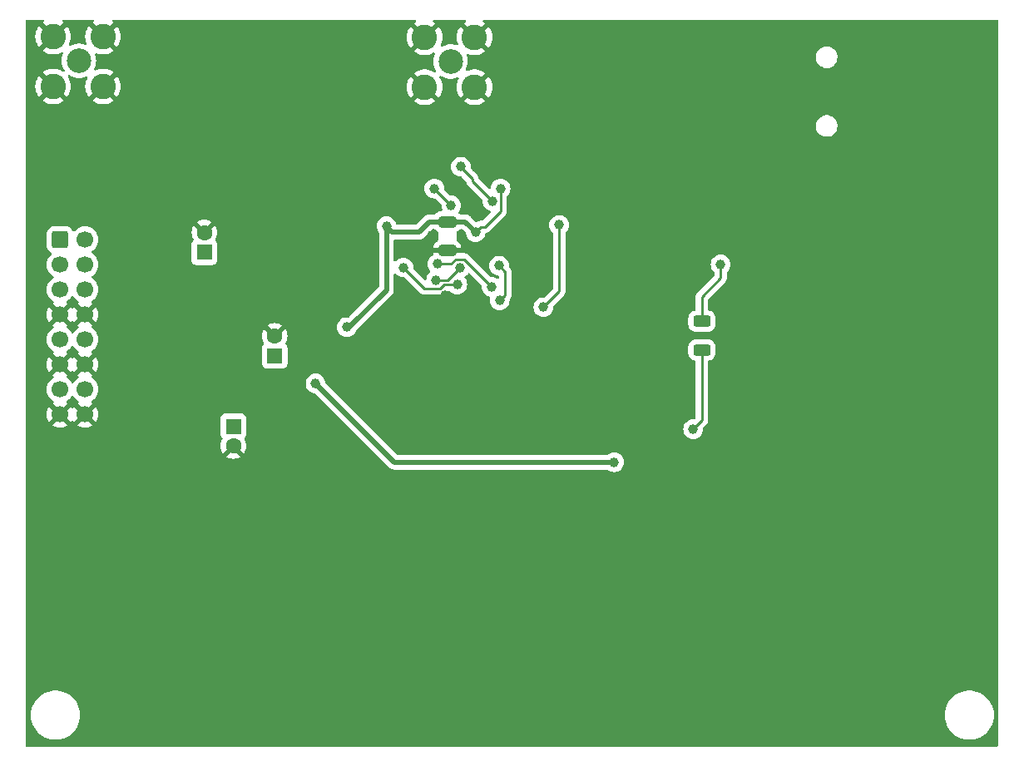
<source format=gbl>
G04 #@! TF.GenerationSoftware,KiCad,Pcbnew,7.0.9*
G04 #@! TF.CreationDate,2023-11-18T09:13:53-05:00*
G04 #@! TF.ProjectId,qsd4,71736434-2e6b-4696-9361-645f70636258,rev?*
G04 #@! TF.SameCoordinates,Original*
G04 #@! TF.FileFunction,Copper,L2,Bot*
G04 #@! TF.FilePolarity,Positive*
%FSLAX46Y46*%
G04 Gerber Fmt 4.6, Leading zero omitted, Abs format (unit mm)*
G04 Created by KiCad (PCBNEW 7.0.9) date 2023-11-18 09:13:53*
%MOMM*%
%LPD*%
G01*
G04 APERTURE LIST*
G04 Aperture macros list*
%AMRoundRect*
0 Rectangle with rounded corners*
0 $1 Rounding radius*
0 $2 $3 $4 $5 $6 $7 $8 $9 X,Y pos of 4 corners*
0 Add a 4 corners polygon primitive as box body*
4,1,4,$2,$3,$4,$5,$6,$7,$8,$9,$2,$3,0*
0 Add four circle primitives for the rounded corners*
1,1,$1+$1,$2,$3*
1,1,$1+$1,$4,$5*
1,1,$1+$1,$6,$7*
1,1,$1+$1,$8,$9*
0 Add four rect primitives between the rounded corners*
20,1,$1+$1,$2,$3,$4,$5,0*
20,1,$1+$1,$4,$5,$6,$7,0*
20,1,$1+$1,$6,$7,$8,$9,0*
20,1,$1+$1,$8,$9,$2,$3,0*%
G04 Aperture macros list end*
G04 #@! TA.AperFunction,ComponentPad*
%ADD10R,1.600000X1.600000*%
G04 #@! TD*
G04 #@! TA.AperFunction,ComponentPad*
%ADD11C,1.600000*%
G04 #@! TD*
G04 #@! TA.AperFunction,ComponentPad*
%ADD12C,2.600000*%
G04 #@! TD*
G04 #@! TA.AperFunction,ComponentPad*
%ADD13C,2.500000*%
G04 #@! TD*
G04 #@! TA.AperFunction,ComponentPad*
%ADD14RoundRect,0.250000X-0.600000X-0.600000X0.600000X-0.600000X0.600000X0.600000X-0.600000X0.600000X0*%
G04 #@! TD*
G04 #@! TA.AperFunction,ComponentPad*
%ADD15C,1.700000*%
G04 #@! TD*
G04 #@! TA.AperFunction,SMDPad,CuDef*
%ADD16RoundRect,0.250000X0.650000X-0.325000X0.650000X0.325000X-0.650000X0.325000X-0.650000X-0.325000X0*%
G04 #@! TD*
G04 #@! TA.AperFunction,SMDPad,CuDef*
%ADD17RoundRect,0.250000X-0.625000X0.312500X-0.625000X-0.312500X0.625000X-0.312500X0.625000X0.312500X0*%
G04 #@! TD*
G04 #@! TA.AperFunction,ViaPad*
%ADD18C,1.000000*%
G04 #@! TD*
G04 #@! TA.AperFunction,Conductor*
%ADD19C,0.500000*%
G04 #@! TD*
G04 #@! TA.AperFunction,Conductor*
%ADD20C,0.250000*%
G04 #@! TD*
G04 APERTURE END LIST*
D10*
X125050000Y-74300000D03*
D11*
X125050000Y-72300000D03*
D10*
X120850000Y-81500000D03*
D11*
X120850000Y-83500000D03*
D12*
X102495000Y-41825000D03*
X102495000Y-46905000D03*
X107575000Y-41825000D03*
X107575000Y-46905000D03*
D13*
X105135000Y-44290000D03*
D12*
X140310000Y-41890000D03*
X140310000Y-46970000D03*
X145390000Y-41890000D03*
X145390000Y-46970000D03*
D13*
X142950000Y-44355000D03*
D10*
X117900000Y-63775000D03*
D11*
X117900000Y-61775000D03*
D14*
X103210000Y-62500000D03*
D15*
X105750000Y-62500000D03*
X103210000Y-65040000D03*
X105750000Y-65040000D03*
X103210000Y-67580000D03*
X105750000Y-67580000D03*
X103210000Y-70120000D03*
X105750000Y-70120000D03*
X103210000Y-72660000D03*
X105750000Y-72660000D03*
X103210000Y-75200000D03*
X105750000Y-75200000D03*
X103210000Y-77740000D03*
X105750000Y-77740000D03*
X103210000Y-80280000D03*
X105750000Y-80280000D03*
D16*
X142625000Y-63625000D03*
X142625000Y-60675000D03*
D17*
X168529000Y-70800500D03*
X168529000Y-73725500D03*
D18*
X120000000Y-45275000D03*
X122075000Y-48425000D03*
X184025000Y-92725000D03*
X145500000Y-55100000D03*
X137790000Y-83800000D03*
X110225000Y-61375000D03*
X197850000Y-107300000D03*
X127500000Y-75980000D03*
X155700000Y-65630000D03*
X137900000Y-60475000D03*
X172275000Y-57675000D03*
X141025000Y-70225000D03*
X157937200Y-57480200D03*
X166878000Y-83185000D03*
X124079000Y-60147200D03*
X149425000Y-71725000D03*
X161925000Y-87630000D03*
X178620000Y-62240000D03*
X149200000Y-58300000D03*
X197225000Y-60600000D03*
X133900000Y-72375000D03*
X120000000Y-50200000D03*
X191100000Y-113150000D03*
X149220000Y-56280000D03*
X149300000Y-64475000D03*
X176325000Y-67310000D03*
X177275000Y-75225000D03*
X144145000Y-62357000D03*
X126875000Y-65900000D03*
X141050000Y-62050000D03*
X160900000Y-82350000D03*
X131200000Y-53400000D03*
X117200000Y-53950000D03*
X142367000Y-68150000D03*
X100600000Y-55375000D03*
X154575000Y-79675000D03*
X117325000Y-56675000D03*
X163900000Y-82250000D03*
X130860800Y-76936600D03*
X163625000Y-70475000D03*
X116275000Y-43875000D03*
X172225000Y-78750000D03*
X174250000Y-41050000D03*
X100700000Y-86975000D03*
X158350000Y-61950000D03*
X152825000Y-62425000D03*
X125475000Y-53500000D03*
X155720000Y-71670000D03*
X133430000Y-78490000D03*
X107400000Y-113150000D03*
X130830000Y-72500000D03*
X116225000Y-46875000D03*
X147300000Y-53250000D03*
X112375000Y-83625000D03*
X134823200Y-61214000D03*
X128150000Y-40800000D03*
X147193000Y-62484000D03*
X144150000Y-92725000D03*
X130650000Y-58325000D03*
X138025000Y-63375000D03*
X161675000Y-75700000D03*
X179725000Y-73775000D03*
X147450000Y-113050000D03*
X197260000Y-41440000D03*
X176276000Y-57404000D03*
X135690000Y-70180000D03*
X166500000Y-65325000D03*
X170561000Y-71120000D03*
X197300000Y-82300000D03*
X129700000Y-45975000D03*
X143450000Y-74820000D03*
X177546000Y-87122000D03*
X124100000Y-56675000D03*
X106825000Y-92625000D03*
X134467600Y-67386200D03*
X168975000Y-65350000D03*
X134600000Y-49800000D03*
X163575000Y-65850000D03*
X171950000Y-51100000D03*
X122125000Y-45225000D03*
X150300000Y-77000000D03*
X113600000Y-56500000D03*
X100550000Y-106550000D03*
X166300000Y-68225000D03*
X142200000Y-56075000D03*
X132575000Y-68900000D03*
X122250000Y-68450000D03*
X138130686Y-67952898D03*
X170434000Y-74803000D03*
X123275000Y-80050000D03*
X165125000Y-58525000D03*
X144120000Y-51180000D03*
X120000000Y-48450000D03*
X159610000Y-85150000D03*
X129220000Y-77140000D03*
X143637000Y-67056000D03*
X154000000Y-61000000D03*
X152400000Y-69375000D03*
X138150000Y-65325000D03*
X147889969Y-65150500D03*
X147950000Y-68700000D03*
X143950000Y-65325000D03*
X141478000Y-66625000D03*
X147125000Y-67275000D03*
X141605000Y-64975000D03*
X147225000Y-58600000D03*
X144000000Y-55070000D03*
X143025000Y-59025000D03*
X141300000Y-57300000D03*
X132400000Y-71400000D03*
X148050000Y-57300000D03*
X145500000Y-61725000D03*
X136425000Y-61125000D03*
X167640000Y-81788000D03*
X170434000Y-65024000D03*
D19*
X129220000Y-77140000D02*
X137235000Y-85155000D01*
X137240000Y-85150000D02*
X137235000Y-85155000D01*
X125050000Y-74300000D02*
X125225000Y-74300000D01*
X159610000Y-85150000D02*
X137240000Y-85150000D01*
D20*
X142275273Y-67075000D02*
X143618000Y-67075000D01*
X143618000Y-67075000D02*
X143637000Y-67056000D01*
X141900273Y-67450000D02*
X142275273Y-67075000D01*
X140275000Y-67450000D02*
X141900273Y-67450000D01*
X154000000Y-67775000D02*
X152400000Y-69375000D01*
X138150000Y-65325000D02*
X140275000Y-67450000D01*
X154000000Y-61000000D02*
X154000000Y-67775000D01*
X142650000Y-66625000D02*
X141478000Y-66625000D01*
X142650000Y-66625000D02*
X143950000Y-65325000D01*
X147889969Y-65150500D02*
X148525000Y-65785531D01*
X148525000Y-68125000D02*
X147950000Y-68700000D01*
X148525000Y-65785531D02*
X148525000Y-68125000D01*
X143450000Y-64500000D02*
X144350000Y-64500000D01*
X142980000Y-64970000D02*
X141610000Y-64970000D01*
X142980000Y-64970000D02*
X143450000Y-64500000D01*
X144350000Y-64500000D02*
X147125000Y-67275000D01*
X141610000Y-64970000D02*
X141605000Y-64975000D01*
X147225000Y-58600000D02*
X145175000Y-56550000D01*
X145175000Y-56300000D02*
X144000000Y-55125000D01*
X144000000Y-55125000D02*
X144000000Y-55070000D01*
X145175000Y-56550000D02*
X145175000Y-56300000D01*
X103210000Y-62500000D02*
X103225000Y-62500000D01*
X141300000Y-57300000D02*
X143025000Y-59025000D01*
X146025000Y-61200000D02*
X146450000Y-61200000D01*
D19*
X132650000Y-71400000D02*
X136425000Y-67625000D01*
X136375000Y-61125000D02*
X136975000Y-61725000D01*
D20*
X146450000Y-61200000D02*
X148050000Y-59600000D01*
D19*
X142625000Y-60675000D02*
X144450000Y-60675000D01*
X132400000Y-71400000D02*
X132650000Y-71400000D01*
X136425000Y-67625000D02*
X136425000Y-61125000D01*
D20*
X145500000Y-61725000D02*
X146025000Y-61200000D01*
D19*
X144450000Y-60675000D02*
X145500000Y-61725000D01*
X139750000Y-61725000D02*
X140800000Y-60675000D01*
X136975000Y-61725000D02*
X139750000Y-61725000D01*
D20*
X148050000Y-59600000D02*
X148050000Y-57300000D01*
D19*
X140800000Y-60675000D02*
X142625000Y-60675000D01*
D20*
X168529000Y-80899000D02*
X168529000Y-73725500D01*
X167640000Y-81788000D02*
X168529000Y-80899000D01*
X168529000Y-68326000D02*
X170434000Y-66421000D01*
X170434000Y-66421000D02*
X170434000Y-65024000D01*
X168529000Y-70800500D02*
X168529000Y-68326000D01*
G04 #@! TA.AperFunction,Conductor*
G36*
X104564855Y-78406546D02*
G01*
X104581575Y-78425842D01*
X104711500Y-78611395D01*
X104711505Y-78611401D01*
X104878599Y-78778495D01*
X105064594Y-78908730D01*
X105108218Y-78963307D01*
X105115411Y-79032806D01*
X105083889Y-79095160D01*
X105064593Y-79111880D01*
X104988626Y-79165072D01*
X104988625Y-79165072D01*
X105617466Y-79793913D01*
X105607685Y-79795320D01*
X105476900Y-79855048D01*
X105368239Y-79949202D01*
X105290507Y-80070156D01*
X105266923Y-80150476D01*
X104635072Y-79518625D01*
X104635072Y-79518626D01*
X104581574Y-79595030D01*
X104526998Y-79638655D01*
X104457499Y-79645849D01*
X104395144Y-79614326D01*
X104378424Y-79595030D01*
X104324925Y-79518626D01*
X104324925Y-79518625D01*
X103693076Y-80150475D01*
X103669493Y-80070156D01*
X103591761Y-79949202D01*
X103483100Y-79855048D01*
X103352315Y-79795320D01*
X103342533Y-79793913D01*
X103971373Y-79165073D01*
X103971373Y-79165072D01*
X103895405Y-79111880D01*
X103851780Y-79057304D01*
X103844586Y-78987805D01*
X103876108Y-78925451D01*
X103895399Y-78908734D01*
X104081401Y-78778495D01*
X104248495Y-78611401D01*
X104378425Y-78425842D01*
X104433002Y-78382217D01*
X104502500Y-78375023D01*
X104564855Y-78406546D01*
G37*
G04 #@! TD.AperFunction*
G04 #@! TA.AperFunction,Conductor*
G36*
X105290507Y-75409844D02*
G01*
X105368239Y-75530798D01*
X105476900Y-75624952D01*
X105607685Y-75684680D01*
X105617466Y-75686086D01*
X104988625Y-76314925D01*
X105064594Y-76368119D01*
X105108219Y-76422696D01*
X105115413Y-76492194D01*
X105083890Y-76554549D01*
X105064595Y-76571269D01*
X104878594Y-76701508D01*
X104711505Y-76868597D01*
X104581575Y-77054158D01*
X104526998Y-77097783D01*
X104457500Y-77104977D01*
X104395145Y-77073454D01*
X104378425Y-77054158D01*
X104248494Y-76868597D01*
X104081402Y-76701506D01*
X104081401Y-76701505D01*
X103895405Y-76571269D01*
X103851781Y-76516692D01*
X103844588Y-76447193D01*
X103876110Y-76384839D01*
X103895405Y-76368119D01*
X103971373Y-76314925D01*
X103342533Y-75686086D01*
X103352315Y-75684680D01*
X103483100Y-75624952D01*
X103591761Y-75530798D01*
X103669493Y-75409844D01*
X103693076Y-75329524D01*
X104324925Y-75961373D01*
X104378425Y-75884968D01*
X104433002Y-75841344D01*
X104502501Y-75834151D01*
X104564855Y-75865673D01*
X104581576Y-75884969D01*
X104635073Y-75961372D01*
X105266922Y-75329523D01*
X105290507Y-75409844D01*
G37*
G04 #@! TD.AperFunction*
G04 #@! TA.AperFunction,Conductor*
G36*
X104564855Y-73326546D02*
G01*
X104581575Y-73345842D01*
X104711500Y-73531395D01*
X104711505Y-73531401D01*
X104878599Y-73698495D01*
X105064594Y-73828730D01*
X105108218Y-73883307D01*
X105115411Y-73952806D01*
X105083889Y-74015160D01*
X105064593Y-74031880D01*
X104988626Y-74085072D01*
X104988625Y-74085072D01*
X105617466Y-74713913D01*
X105607685Y-74715320D01*
X105476900Y-74775048D01*
X105368239Y-74869202D01*
X105290507Y-74990156D01*
X105266923Y-75070476D01*
X104635072Y-74438625D01*
X104635072Y-74438626D01*
X104581574Y-74515030D01*
X104526998Y-74558655D01*
X104457499Y-74565849D01*
X104395144Y-74534326D01*
X104378424Y-74515030D01*
X104324925Y-74438626D01*
X104324925Y-74438625D01*
X103693076Y-75070475D01*
X103669493Y-74990156D01*
X103591761Y-74869202D01*
X103483100Y-74775048D01*
X103352315Y-74715320D01*
X103342533Y-74713913D01*
X103971373Y-74085073D01*
X103971373Y-74085072D01*
X103895405Y-74031880D01*
X103851780Y-73977304D01*
X103844586Y-73907805D01*
X103876108Y-73845451D01*
X103895399Y-73828734D01*
X104081401Y-73698495D01*
X104248495Y-73531401D01*
X104378425Y-73345842D01*
X104433002Y-73302217D01*
X104502500Y-73295023D01*
X104564855Y-73326546D01*
G37*
G04 #@! TD.AperFunction*
G04 #@! TA.AperFunction,Conductor*
G36*
X105290507Y-70329844D02*
G01*
X105368239Y-70450798D01*
X105476900Y-70544952D01*
X105607685Y-70604680D01*
X105617466Y-70606086D01*
X104988625Y-71234925D01*
X105064594Y-71288119D01*
X105108219Y-71342696D01*
X105115413Y-71412194D01*
X105083890Y-71474549D01*
X105064595Y-71491269D01*
X104878594Y-71621508D01*
X104711505Y-71788597D01*
X104581575Y-71974158D01*
X104526998Y-72017783D01*
X104457500Y-72024977D01*
X104395145Y-71993454D01*
X104378425Y-71974158D01*
X104248494Y-71788597D01*
X104081402Y-71621506D01*
X104081401Y-71621505D01*
X103895405Y-71491269D01*
X103851781Y-71436692D01*
X103844588Y-71367193D01*
X103876110Y-71304839D01*
X103895405Y-71288119D01*
X103971373Y-71234925D01*
X103342533Y-70606086D01*
X103352315Y-70604680D01*
X103483100Y-70544952D01*
X103591761Y-70450798D01*
X103669493Y-70329844D01*
X103693076Y-70249524D01*
X104324925Y-70881373D01*
X104378425Y-70804968D01*
X104433002Y-70761344D01*
X104502501Y-70754151D01*
X104564855Y-70785673D01*
X104581576Y-70804969D01*
X104635073Y-70881372D01*
X105266922Y-70249523D01*
X105290507Y-70329844D01*
G37*
G04 #@! TD.AperFunction*
G04 #@! TA.AperFunction,Conductor*
G36*
X104564855Y-68246546D02*
G01*
X104581575Y-68265842D01*
X104711500Y-68451395D01*
X104711505Y-68451401D01*
X104878599Y-68618495D01*
X104995002Y-68700001D01*
X105064594Y-68748730D01*
X105108218Y-68803307D01*
X105115411Y-68872806D01*
X105083889Y-68935160D01*
X105064593Y-68951880D01*
X104988626Y-69005072D01*
X104988625Y-69005072D01*
X105617466Y-69633913D01*
X105607685Y-69635320D01*
X105476900Y-69695048D01*
X105368239Y-69789202D01*
X105290507Y-69910156D01*
X105266923Y-69990476D01*
X104635072Y-69358625D01*
X104635072Y-69358626D01*
X104581574Y-69435030D01*
X104526998Y-69478655D01*
X104457499Y-69485849D01*
X104395144Y-69454326D01*
X104378424Y-69435030D01*
X104324925Y-69358626D01*
X104324925Y-69358625D01*
X103693076Y-69990475D01*
X103669493Y-69910156D01*
X103591761Y-69789202D01*
X103483100Y-69695048D01*
X103352315Y-69635320D01*
X103342533Y-69633913D01*
X103971373Y-69005073D01*
X103971373Y-69005072D01*
X103895405Y-68951880D01*
X103851780Y-68897304D01*
X103844586Y-68827805D01*
X103876108Y-68765451D01*
X103895399Y-68748734D01*
X104081401Y-68618495D01*
X104248495Y-68451401D01*
X104378425Y-68265842D01*
X104433002Y-68222217D01*
X104502500Y-68215023D01*
X104564855Y-68246546D01*
G37*
G04 #@! TD.AperFunction*
G04 #@! TA.AperFunction,Conductor*
G36*
X101494076Y-40120185D02*
G01*
X101539831Y-40172989D01*
X101549775Y-40242147D01*
X101520750Y-40305703D01*
X101496888Y-40326954D01*
X101409848Y-40386296D01*
X102131891Y-41108338D01*
X101993052Y-41195577D01*
X101865577Y-41323052D01*
X101778338Y-41461891D01*
X101057295Y-40740848D01*
X101003600Y-40808180D01*
X100868709Y-41041818D01*
X100770148Y-41292947D01*
X100770142Y-41292966D01*
X100710113Y-41555971D01*
X100710113Y-41555973D01*
X100689953Y-41824995D01*
X100689953Y-41825004D01*
X100710113Y-42094026D01*
X100710113Y-42094028D01*
X100770142Y-42357033D01*
X100770148Y-42357052D01*
X100868709Y-42608181D01*
X100868708Y-42608181D01*
X101003602Y-42841822D01*
X101057294Y-42909151D01*
X101057295Y-42909151D01*
X101778338Y-42188108D01*
X101865577Y-42326948D01*
X101993052Y-42454423D01*
X102131890Y-42541661D01*
X101409848Y-43263702D01*
X101592483Y-43388220D01*
X101592485Y-43388221D01*
X101835539Y-43505269D01*
X101835537Y-43505269D01*
X102093337Y-43584790D01*
X102093343Y-43584792D01*
X102360101Y-43624999D01*
X102360110Y-43625000D01*
X102629890Y-43625000D01*
X102629898Y-43624999D01*
X102896656Y-43584792D01*
X102896662Y-43584790D01*
X103154458Y-43505270D01*
X103372927Y-43400061D01*
X103441869Y-43388709D01*
X103506003Y-43416431D01*
X103544969Y-43474426D01*
X103546394Y-43544281D01*
X103542158Y-43557081D01*
X103457583Y-43772578D01*
X103457578Y-43772590D01*
X103457576Y-43772597D01*
X103399197Y-44028374D01*
X103399196Y-44028379D01*
X103379592Y-44289995D01*
X103379592Y-44290004D01*
X103399196Y-44551620D01*
X103399197Y-44551625D01*
X103457576Y-44807402D01*
X103457582Y-44807421D01*
X103553432Y-45051643D01*
X103659256Y-45234937D01*
X103675729Y-45302837D01*
X103652876Y-45368864D01*
X103597955Y-45412055D01*
X103528402Y-45418696D01*
X103482017Y-45399390D01*
X103397526Y-45341784D01*
X103397516Y-45341778D01*
X103154460Y-45224730D01*
X103154462Y-45224730D01*
X102896662Y-45145209D01*
X102896656Y-45145207D01*
X102629898Y-45105000D01*
X102360101Y-45105000D01*
X102093343Y-45145207D01*
X102093337Y-45145209D01*
X101835538Y-45224730D01*
X101592485Y-45341778D01*
X101592476Y-45341783D01*
X101409848Y-45466296D01*
X102131891Y-46188338D01*
X101993052Y-46275577D01*
X101865577Y-46403052D01*
X101778338Y-46541891D01*
X101057295Y-45820848D01*
X101003600Y-45888180D01*
X100868709Y-46121818D01*
X100770148Y-46372947D01*
X100770142Y-46372966D01*
X100710113Y-46635971D01*
X100710113Y-46635973D01*
X100689953Y-46904995D01*
X100689953Y-46905004D01*
X100710113Y-47174026D01*
X100710113Y-47174028D01*
X100770142Y-47437033D01*
X100770148Y-47437052D01*
X100868709Y-47688181D01*
X100868708Y-47688181D01*
X101003602Y-47921822D01*
X101057294Y-47989151D01*
X101057295Y-47989151D01*
X101778338Y-47268108D01*
X101865577Y-47406948D01*
X101993052Y-47534423D01*
X102131890Y-47621661D01*
X101409848Y-48343702D01*
X101592483Y-48468220D01*
X101592485Y-48468221D01*
X101835539Y-48585269D01*
X101835537Y-48585269D01*
X102093337Y-48664790D01*
X102093343Y-48664792D01*
X102360101Y-48704999D01*
X102360110Y-48705000D01*
X102629890Y-48705000D01*
X102629898Y-48704999D01*
X102896656Y-48664792D01*
X102896662Y-48664790D01*
X103154461Y-48585269D01*
X103397521Y-48468218D01*
X103580150Y-48343702D01*
X102858108Y-47621661D01*
X102996948Y-47534423D01*
X103124423Y-47406948D01*
X103211661Y-47268108D01*
X103932703Y-47989151D01*
X103932704Y-47989150D01*
X103986393Y-47921828D01*
X103986400Y-47921817D01*
X104121290Y-47688181D01*
X104219851Y-47437052D01*
X104219857Y-47437033D01*
X104279886Y-47174028D01*
X104279886Y-47174026D01*
X104300047Y-46905004D01*
X104300047Y-46904995D01*
X104279886Y-46635973D01*
X104279886Y-46635971D01*
X104219857Y-46372966D01*
X104219851Y-46372947D01*
X104121290Y-46121818D01*
X104121291Y-46121818D01*
X104007961Y-45925527D01*
X103991488Y-45857627D01*
X104014340Y-45791600D01*
X104069261Y-45748410D01*
X104138815Y-45741768D01*
X104185197Y-45761071D01*
X104257296Y-45810228D01*
X104257301Y-45810230D01*
X104257302Y-45810231D01*
X104257303Y-45810232D01*
X104355721Y-45857627D01*
X104493673Y-45924061D01*
X104493674Y-45924061D01*
X104493677Y-45924063D01*
X104744385Y-46001396D01*
X105003818Y-46040500D01*
X105266182Y-46040500D01*
X105525615Y-46001396D01*
X105776323Y-45924063D01*
X105811056Y-45907336D01*
X105879994Y-45895985D01*
X105944128Y-45923706D01*
X105983094Y-45981701D01*
X105984520Y-46051556D01*
X105972243Y-46081056D01*
X105948708Y-46121820D01*
X105850148Y-46372947D01*
X105850142Y-46372966D01*
X105790113Y-46635971D01*
X105790113Y-46635973D01*
X105769953Y-46904995D01*
X105769953Y-46905004D01*
X105790113Y-47174026D01*
X105790113Y-47174028D01*
X105850142Y-47437033D01*
X105850148Y-47437052D01*
X105948709Y-47688181D01*
X105948708Y-47688181D01*
X106083602Y-47921822D01*
X106137294Y-47989151D01*
X106858338Y-47268107D01*
X106945577Y-47406948D01*
X107073052Y-47534423D01*
X107211890Y-47621661D01*
X106489848Y-48343702D01*
X106672483Y-48468220D01*
X106672485Y-48468221D01*
X106915539Y-48585269D01*
X106915537Y-48585269D01*
X107173337Y-48664790D01*
X107173343Y-48664792D01*
X107440101Y-48704999D01*
X107440110Y-48705000D01*
X107709890Y-48705000D01*
X107709898Y-48704999D01*
X107976656Y-48664792D01*
X107976662Y-48664790D01*
X108234461Y-48585269D01*
X108477521Y-48468218D01*
X108660150Y-48343702D01*
X107938108Y-47621661D01*
X108076948Y-47534423D01*
X108204423Y-47406948D01*
X108291661Y-47268108D01*
X109012703Y-47989151D01*
X109012704Y-47989150D01*
X109066393Y-47921828D01*
X109066400Y-47921817D01*
X109201290Y-47688181D01*
X109299851Y-47437052D01*
X109299857Y-47437033D01*
X109359886Y-47174028D01*
X109359886Y-47174026D01*
X109380047Y-46905004D01*
X109380047Y-46904995D01*
X109359886Y-46635973D01*
X109359886Y-46635971D01*
X109299857Y-46372966D01*
X109299851Y-46372947D01*
X109201290Y-46121818D01*
X109201291Y-46121818D01*
X109066397Y-45888177D01*
X109012704Y-45820847D01*
X108291660Y-46541890D01*
X108204423Y-46403052D01*
X108076948Y-46275577D01*
X107938108Y-46188338D01*
X108660150Y-45466296D01*
X108477517Y-45341779D01*
X108477516Y-45341778D01*
X108234460Y-45224730D01*
X108234462Y-45224730D01*
X107976662Y-45145209D01*
X107976656Y-45145207D01*
X107709898Y-45105000D01*
X107440101Y-45105000D01*
X107173343Y-45145207D01*
X107173337Y-45145209D01*
X106915544Y-45224728D01*
X106863711Y-45249690D01*
X106794769Y-45261041D01*
X106730635Y-45233318D01*
X106691670Y-45175323D01*
X106690245Y-45105468D01*
X106702522Y-45075970D01*
X106716568Y-45051643D01*
X106812420Y-44807416D01*
X106870802Y-44551630D01*
X106870803Y-44551620D01*
X106890408Y-44290004D01*
X106890408Y-44289995D01*
X106870803Y-44028379D01*
X106870802Y-44028374D01*
X106870802Y-44028370D01*
X106812420Y-43772584D01*
X106772923Y-43671949D01*
X106766755Y-43602353D01*
X106799193Y-43540470D01*
X106859938Y-43505947D01*
X106924902Y-43508157D01*
X107173337Y-43584790D01*
X107173343Y-43584792D01*
X107440101Y-43624999D01*
X107440110Y-43625000D01*
X107709890Y-43625000D01*
X107709898Y-43624999D01*
X107976656Y-43584792D01*
X107976662Y-43584790D01*
X108234461Y-43505269D01*
X108477521Y-43388218D01*
X108660150Y-43263702D01*
X107938108Y-42541661D01*
X108076948Y-42454423D01*
X108204423Y-42326948D01*
X108291661Y-42188108D01*
X109012703Y-42909151D01*
X109012704Y-42909150D01*
X109066393Y-42841828D01*
X109066400Y-42841817D01*
X109201290Y-42608181D01*
X109299851Y-42357052D01*
X109299857Y-42357033D01*
X109359886Y-42094028D01*
X109359886Y-42094026D01*
X109380047Y-41825004D01*
X109380047Y-41824995D01*
X109359886Y-41555973D01*
X109359886Y-41555971D01*
X109299857Y-41292966D01*
X109299851Y-41292947D01*
X109201290Y-41041818D01*
X109201291Y-41041818D01*
X109066397Y-40808177D01*
X109012704Y-40740847D01*
X108291660Y-41461890D01*
X108204423Y-41323052D01*
X108076948Y-41195577D01*
X107938108Y-41108338D01*
X108660150Y-40386296D01*
X108573111Y-40326954D01*
X108528809Y-40272925D01*
X108520750Y-40203521D01*
X108551493Y-40140779D01*
X108611277Y-40104617D01*
X108642963Y-40100500D01*
X139337376Y-40100500D01*
X139404415Y-40120185D01*
X139450170Y-40172989D01*
X139460114Y-40242147D01*
X139431089Y-40305703D01*
X139407227Y-40326954D01*
X139224848Y-40451296D01*
X139946891Y-41173338D01*
X139808052Y-41260577D01*
X139680577Y-41388052D01*
X139593338Y-41526891D01*
X138872295Y-40805848D01*
X138818600Y-40873180D01*
X138683709Y-41106818D01*
X138585148Y-41357947D01*
X138585142Y-41357966D01*
X138525113Y-41620971D01*
X138525113Y-41620973D01*
X138504953Y-41889995D01*
X138504953Y-41890004D01*
X138525113Y-42159026D01*
X138525113Y-42159028D01*
X138585142Y-42422033D01*
X138585148Y-42422052D01*
X138683709Y-42673181D01*
X138683708Y-42673181D01*
X138818602Y-42906822D01*
X138872294Y-42974151D01*
X139593337Y-42253107D01*
X139680577Y-42391948D01*
X139808052Y-42519423D01*
X139946890Y-42606661D01*
X139224848Y-43328702D01*
X139407483Y-43453220D01*
X139407485Y-43453221D01*
X139650539Y-43570269D01*
X139650537Y-43570269D01*
X139908337Y-43649790D01*
X139908343Y-43649792D01*
X140175101Y-43689999D01*
X140175110Y-43690000D01*
X140444890Y-43690000D01*
X140444898Y-43689999D01*
X140711656Y-43649792D01*
X140711662Y-43649790D01*
X140969458Y-43570270D01*
X141187927Y-43465061D01*
X141256869Y-43453709D01*
X141321003Y-43481431D01*
X141359969Y-43539426D01*
X141361394Y-43609281D01*
X141357158Y-43622081D01*
X141272583Y-43837578D01*
X141272578Y-43837590D01*
X141272576Y-43837597D01*
X141214197Y-44093374D01*
X141214196Y-44093379D01*
X141194592Y-44354995D01*
X141194592Y-44355004D01*
X141214196Y-44616620D01*
X141214197Y-44616625D01*
X141272576Y-44872402D01*
X141272582Y-44872421D01*
X141368432Y-45116643D01*
X141474256Y-45299937D01*
X141490729Y-45367837D01*
X141467876Y-45433864D01*
X141412955Y-45477055D01*
X141343402Y-45483696D01*
X141297017Y-45464390D01*
X141212526Y-45406784D01*
X141212516Y-45406778D01*
X140969460Y-45289730D01*
X140969462Y-45289730D01*
X140711662Y-45210209D01*
X140711656Y-45210207D01*
X140444898Y-45170000D01*
X140175101Y-45170000D01*
X139908343Y-45210207D01*
X139908337Y-45210209D01*
X139650538Y-45289730D01*
X139407485Y-45406778D01*
X139407476Y-45406783D01*
X139224848Y-45531296D01*
X139946891Y-46253338D01*
X139808052Y-46340577D01*
X139680577Y-46468052D01*
X139593338Y-46606891D01*
X138872295Y-45885848D01*
X138818600Y-45953180D01*
X138683709Y-46186818D01*
X138585148Y-46437947D01*
X138585142Y-46437966D01*
X138525113Y-46700971D01*
X138525113Y-46700973D01*
X138504953Y-46969995D01*
X138504953Y-46970004D01*
X138525113Y-47239026D01*
X138525113Y-47239028D01*
X138585142Y-47502033D01*
X138585148Y-47502052D01*
X138683709Y-47753181D01*
X138683708Y-47753181D01*
X138818602Y-47986822D01*
X138872294Y-48054151D01*
X139593337Y-47333107D01*
X139680577Y-47471948D01*
X139808052Y-47599423D01*
X139946890Y-47686661D01*
X139224848Y-48408702D01*
X139407483Y-48533220D01*
X139407485Y-48533221D01*
X139650539Y-48650269D01*
X139650537Y-48650269D01*
X139908337Y-48729790D01*
X139908343Y-48729792D01*
X140175101Y-48769999D01*
X140175110Y-48770000D01*
X140444890Y-48770000D01*
X140444898Y-48769999D01*
X140711656Y-48729792D01*
X140711662Y-48729790D01*
X140969461Y-48650269D01*
X141212521Y-48533218D01*
X141395150Y-48408702D01*
X140673108Y-47686661D01*
X140811948Y-47599423D01*
X140939423Y-47471948D01*
X141026661Y-47333108D01*
X141747703Y-48054151D01*
X141747704Y-48054150D01*
X141801393Y-47986828D01*
X141801400Y-47986817D01*
X141936290Y-47753181D01*
X142034851Y-47502052D01*
X142034857Y-47502033D01*
X142094886Y-47239028D01*
X142094886Y-47239026D01*
X142115047Y-46970004D01*
X142115047Y-46969995D01*
X142094886Y-46700973D01*
X142094886Y-46700971D01*
X142034857Y-46437966D01*
X142034851Y-46437947D01*
X141936290Y-46186818D01*
X141936291Y-46186818D01*
X141822961Y-45990527D01*
X141806488Y-45922627D01*
X141829340Y-45856600D01*
X141884261Y-45813410D01*
X141953815Y-45806768D01*
X142000197Y-45826071D01*
X142072296Y-45875228D01*
X142072301Y-45875230D01*
X142072302Y-45875231D01*
X142072303Y-45875232D01*
X142173699Y-45924061D01*
X142308673Y-45989061D01*
X142308674Y-45989061D01*
X142308677Y-45989063D01*
X142559385Y-46066396D01*
X142818818Y-46105500D01*
X143081182Y-46105500D01*
X143340615Y-46066396D01*
X143591323Y-45989063D01*
X143626056Y-45972336D01*
X143694994Y-45960985D01*
X143759128Y-45988706D01*
X143798094Y-46046701D01*
X143799520Y-46116556D01*
X143787243Y-46146056D01*
X143763708Y-46186820D01*
X143665148Y-46437947D01*
X143665142Y-46437966D01*
X143605113Y-46700971D01*
X143605113Y-46700973D01*
X143584953Y-46969995D01*
X143584953Y-46970004D01*
X143605113Y-47239026D01*
X143605113Y-47239028D01*
X143665142Y-47502033D01*
X143665148Y-47502052D01*
X143763709Y-47753181D01*
X143763708Y-47753181D01*
X143898602Y-47986822D01*
X143952294Y-48054151D01*
X144673338Y-47333107D01*
X144760577Y-47471948D01*
X144888052Y-47599423D01*
X145026890Y-47686661D01*
X144304848Y-48408702D01*
X144487483Y-48533220D01*
X144487485Y-48533221D01*
X144730539Y-48650269D01*
X144730537Y-48650269D01*
X144988337Y-48729790D01*
X144988343Y-48729792D01*
X145255101Y-48769999D01*
X145255110Y-48770000D01*
X145524890Y-48770000D01*
X145524898Y-48769999D01*
X145791656Y-48729792D01*
X145791662Y-48729790D01*
X146049461Y-48650269D01*
X146292521Y-48533218D01*
X146475150Y-48408702D01*
X145753108Y-47686661D01*
X145891948Y-47599423D01*
X146019423Y-47471948D01*
X146106661Y-47333108D01*
X146827703Y-48054151D01*
X146827704Y-48054150D01*
X146881393Y-47986828D01*
X146881400Y-47986817D01*
X147016290Y-47753181D01*
X147114851Y-47502052D01*
X147114857Y-47502033D01*
X147174886Y-47239028D01*
X147174886Y-47239026D01*
X147195047Y-46970004D01*
X147195047Y-46969995D01*
X147174886Y-46700973D01*
X147174886Y-46700971D01*
X147114857Y-46437966D01*
X147114851Y-46437947D01*
X147016290Y-46186818D01*
X147016291Y-46186818D01*
X146881397Y-45953177D01*
X146827704Y-45885847D01*
X146106660Y-46606890D01*
X146019423Y-46468052D01*
X145891948Y-46340577D01*
X145753108Y-46253338D01*
X146475150Y-45531296D01*
X146292517Y-45406779D01*
X146292516Y-45406778D01*
X146049460Y-45289730D01*
X146049462Y-45289730D01*
X145791662Y-45210209D01*
X145791656Y-45210207D01*
X145524898Y-45170000D01*
X145255101Y-45170000D01*
X144988343Y-45210207D01*
X144988337Y-45210209D01*
X144730544Y-45289728D01*
X144678711Y-45314690D01*
X144609769Y-45326041D01*
X144545635Y-45298318D01*
X144506670Y-45240323D01*
X144505245Y-45170468D01*
X144517522Y-45140970D01*
X144531568Y-45116643D01*
X144627420Y-44872416D01*
X144685802Y-44616630D01*
X144689202Y-44571256D01*
X144705408Y-44355004D01*
X144705408Y-44354995D01*
X144685803Y-44093379D01*
X144685802Y-44093374D01*
X144685802Y-44093370D01*
X144636508Y-43877401D01*
X180125746Y-43877401D01*
X180135745Y-44087327D01*
X180185296Y-44291578D01*
X180185298Y-44291582D01*
X180272598Y-44482743D01*
X180272601Y-44482748D01*
X180272602Y-44482750D01*
X180272604Y-44482753D01*
X180394514Y-44653952D01*
X180394515Y-44653953D01*
X180394520Y-44653959D01*
X180546620Y-44798985D01*
X180641578Y-44860011D01*
X180723428Y-44912613D01*
X180918543Y-44990725D01*
X181021729Y-45010612D01*
X181124914Y-45030500D01*
X181124915Y-45030500D01*
X181282419Y-45030500D01*
X181282425Y-45030500D01*
X181439218Y-45015528D01*
X181640875Y-44956316D01*
X181827682Y-44860011D01*
X181992886Y-44730092D01*
X182130519Y-44571256D01*
X182235604Y-44389244D01*
X182304344Y-44190633D01*
X182334254Y-43982602D01*
X182324254Y-43772670D01*
X182274704Y-43568424D01*
X182246172Y-43505947D01*
X182187401Y-43377256D01*
X182187398Y-43377251D01*
X182187397Y-43377250D01*
X182187396Y-43377247D01*
X182065486Y-43206048D01*
X182065484Y-43206046D01*
X182065479Y-43206040D01*
X181913379Y-43061014D01*
X181736574Y-42947388D01*
X181541455Y-42869274D01*
X181335086Y-42829500D01*
X181335085Y-42829500D01*
X181177575Y-42829500D01*
X181020782Y-42844472D01*
X181020778Y-42844473D01*
X180819127Y-42903683D01*
X180632313Y-42999991D01*
X180467116Y-43129905D01*
X180467112Y-43129909D01*
X180329478Y-43288746D01*
X180224398Y-43470750D01*
X180155656Y-43669365D01*
X180155656Y-43669367D01*
X180131469Y-43837597D01*
X180125746Y-43877401D01*
X144636508Y-43877401D01*
X144627420Y-43837584D01*
X144587923Y-43736949D01*
X144581755Y-43667353D01*
X144614193Y-43605470D01*
X144674938Y-43570947D01*
X144739902Y-43573157D01*
X144988337Y-43649790D01*
X144988343Y-43649792D01*
X145255101Y-43689999D01*
X145255110Y-43690000D01*
X145524890Y-43690000D01*
X145524898Y-43689999D01*
X145791656Y-43649792D01*
X145791662Y-43649790D01*
X146049461Y-43570269D01*
X146292521Y-43453218D01*
X146475150Y-43328702D01*
X145753108Y-42606661D01*
X145891948Y-42519423D01*
X146019423Y-42391948D01*
X146106661Y-42253108D01*
X146827703Y-42974151D01*
X146827704Y-42974150D01*
X146881393Y-42906828D01*
X146881400Y-42906817D01*
X147016290Y-42673181D01*
X147114851Y-42422052D01*
X147114857Y-42422033D01*
X147174886Y-42159028D01*
X147174886Y-42159026D01*
X147195047Y-41890004D01*
X147195047Y-41889995D01*
X147174886Y-41620973D01*
X147174886Y-41620971D01*
X147114857Y-41357966D01*
X147114851Y-41357947D01*
X147016290Y-41106818D01*
X147016291Y-41106818D01*
X146881397Y-40873177D01*
X146827704Y-40805847D01*
X146106660Y-41526890D01*
X146019423Y-41388052D01*
X145891948Y-41260577D01*
X145753108Y-41173338D01*
X146475150Y-40451296D01*
X146292773Y-40326954D01*
X146248471Y-40272925D01*
X146240412Y-40203522D01*
X146271155Y-40140779D01*
X146330939Y-40104617D01*
X146362625Y-40100500D01*
X198575500Y-40100500D01*
X198642539Y-40120185D01*
X198688294Y-40172989D01*
X198699500Y-40224500D01*
X198699500Y-113975500D01*
X198679815Y-114042539D01*
X198627011Y-114088294D01*
X198575500Y-114099500D01*
X99824500Y-114099500D01*
X99757461Y-114079815D01*
X99711706Y-114027011D01*
X99700500Y-113975500D01*
X99700500Y-110900005D01*
X100244556Y-110900005D01*
X100264310Y-111214004D01*
X100264311Y-111214011D01*
X100323270Y-111523083D01*
X100420497Y-111822316D01*
X100420499Y-111822321D01*
X100554461Y-112107003D01*
X100554464Y-112107009D01*
X100723051Y-112372661D01*
X100723054Y-112372665D01*
X100923606Y-112615090D01*
X100923608Y-112615092D01*
X101152968Y-112830476D01*
X101152978Y-112830484D01*
X101407504Y-113015408D01*
X101407509Y-113015410D01*
X101407516Y-113015416D01*
X101683234Y-113166994D01*
X101683239Y-113166996D01*
X101683241Y-113166997D01*
X101683242Y-113166998D01*
X101975771Y-113282818D01*
X101975774Y-113282819D01*
X102280523Y-113361065D01*
X102280527Y-113361066D01*
X102346010Y-113369338D01*
X102592670Y-113400499D01*
X102592679Y-113400499D01*
X102592682Y-113400500D01*
X102592684Y-113400500D01*
X102907316Y-113400500D01*
X102907318Y-113400500D01*
X102907321Y-113400499D01*
X102907329Y-113400499D01*
X103093593Y-113376968D01*
X103219473Y-113361066D01*
X103524225Y-113282819D01*
X103524228Y-113282818D01*
X103816757Y-113166998D01*
X103816758Y-113166997D01*
X103816756Y-113166997D01*
X103816766Y-113166994D01*
X104092484Y-113015416D01*
X104347030Y-112830478D01*
X104576390Y-112615094D01*
X104776947Y-112372663D01*
X104945537Y-112107007D01*
X105079503Y-111822315D01*
X105176731Y-111523079D01*
X105235688Y-111214015D01*
X105255444Y-110900005D01*
X193244556Y-110900005D01*
X193264310Y-111214004D01*
X193264311Y-111214011D01*
X193323270Y-111523083D01*
X193420497Y-111822316D01*
X193420499Y-111822321D01*
X193554461Y-112107003D01*
X193554464Y-112107009D01*
X193723051Y-112372661D01*
X193723054Y-112372665D01*
X193923606Y-112615090D01*
X193923608Y-112615092D01*
X194152968Y-112830476D01*
X194152978Y-112830484D01*
X194407504Y-113015408D01*
X194407509Y-113015410D01*
X194407516Y-113015416D01*
X194683234Y-113166994D01*
X194683239Y-113166996D01*
X194683241Y-113166997D01*
X194683242Y-113166998D01*
X194975771Y-113282818D01*
X194975774Y-113282819D01*
X195280523Y-113361065D01*
X195280527Y-113361066D01*
X195346010Y-113369338D01*
X195592670Y-113400499D01*
X195592679Y-113400499D01*
X195592682Y-113400500D01*
X195592684Y-113400500D01*
X195907316Y-113400500D01*
X195907318Y-113400500D01*
X195907321Y-113400499D01*
X195907329Y-113400499D01*
X196093593Y-113376968D01*
X196219473Y-113361066D01*
X196524225Y-113282819D01*
X196524228Y-113282818D01*
X196816757Y-113166998D01*
X196816758Y-113166997D01*
X196816756Y-113166997D01*
X196816766Y-113166994D01*
X197092484Y-113015416D01*
X197347030Y-112830478D01*
X197576390Y-112615094D01*
X197776947Y-112372663D01*
X197945537Y-112107007D01*
X198079503Y-111822315D01*
X198176731Y-111523079D01*
X198235688Y-111214015D01*
X198255444Y-110900000D01*
X198239916Y-110653190D01*
X198235689Y-110585995D01*
X198235688Y-110585988D01*
X198235688Y-110585985D01*
X198176731Y-110276921D01*
X198079503Y-109977685D01*
X197945537Y-109692993D01*
X197776947Y-109427337D01*
X197758983Y-109405622D01*
X197576393Y-109184909D01*
X197576391Y-109184907D01*
X197347031Y-108969523D01*
X197347021Y-108969515D01*
X197092495Y-108784591D01*
X197092488Y-108784586D01*
X197092484Y-108784584D01*
X196816766Y-108633006D01*
X196816763Y-108633004D01*
X196816758Y-108633002D01*
X196816757Y-108633001D01*
X196524228Y-108517181D01*
X196524225Y-108517180D01*
X196219476Y-108438934D01*
X196219463Y-108438932D01*
X195907329Y-108399500D01*
X195907318Y-108399500D01*
X195592682Y-108399500D01*
X195592670Y-108399500D01*
X195280536Y-108438932D01*
X195280523Y-108438934D01*
X194975774Y-108517180D01*
X194975771Y-108517181D01*
X194683242Y-108633001D01*
X194683241Y-108633002D01*
X194407516Y-108784584D01*
X194407504Y-108784591D01*
X194152978Y-108969515D01*
X194152968Y-108969523D01*
X193923608Y-109184907D01*
X193923606Y-109184909D01*
X193723054Y-109427334D01*
X193723051Y-109427338D01*
X193554464Y-109692990D01*
X193554461Y-109692996D01*
X193420499Y-109977678D01*
X193420497Y-109977683D01*
X193323270Y-110276916D01*
X193264311Y-110585988D01*
X193264310Y-110585995D01*
X193244556Y-110899994D01*
X193244556Y-110900005D01*
X105255444Y-110900005D01*
X105255444Y-110900000D01*
X105239916Y-110653190D01*
X105235689Y-110585995D01*
X105235688Y-110585988D01*
X105235688Y-110585985D01*
X105176731Y-110276921D01*
X105079503Y-109977685D01*
X104945537Y-109692993D01*
X104776947Y-109427337D01*
X104758983Y-109405622D01*
X104576393Y-109184909D01*
X104576391Y-109184907D01*
X104347031Y-108969523D01*
X104347021Y-108969515D01*
X104092495Y-108784591D01*
X104092488Y-108784586D01*
X104092484Y-108784584D01*
X103816766Y-108633006D01*
X103816763Y-108633004D01*
X103816758Y-108633002D01*
X103816757Y-108633001D01*
X103524228Y-108517181D01*
X103524225Y-108517180D01*
X103219476Y-108438934D01*
X103219463Y-108438932D01*
X102907329Y-108399500D01*
X102907318Y-108399500D01*
X102592682Y-108399500D01*
X102592670Y-108399500D01*
X102280536Y-108438932D01*
X102280523Y-108438934D01*
X101975774Y-108517180D01*
X101975771Y-108517181D01*
X101683242Y-108633001D01*
X101683241Y-108633002D01*
X101407516Y-108784584D01*
X101407504Y-108784591D01*
X101152978Y-108969515D01*
X101152968Y-108969523D01*
X100923608Y-109184907D01*
X100923606Y-109184909D01*
X100723054Y-109427334D01*
X100723051Y-109427338D01*
X100554464Y-109692990D01*
X100554461Y-109692996D01*
X100420499Y-109977678D01*
X100420497Y-109977683D01*
X100323270Y-110276916D01*
X100264311Y-110585988D01*
X100264310Y-110585995D01*
X100244556Y-110899994D01*
X100244556Y-110900005D01*
X99700500Y-110900005D01*
X99700500Y-83500002D01*
X119545034Y-83500002D01*
X119564858Y-83726599D01*
X119564860Y-83726610D01*
X119623730Y-83946317D01*
X119623734Y-83946326D01*
X119719865Y-84152481D01*
X119719866Y-84152483D01*
X119770973Y-84225471D01*
X119770973Y-84225472D01*
X120452045Y-83544399D01*
X120464835Y-83625148D01*
X120522359Y-83738045D01*
X120611955Y-83827641D01*
X120724852Y-83885165D01*
X120805599Y-83897953D01*
X120124526Y-84579025D01*
X120124526Y-84579026D01*
X120197512Y-84630131D01*
X120197516Y-84630133D01*
X120403673Y-84726265D01*
X120403682Y-84726269D01*
X120623389Y-84785139D01*
X120623400Y-84785141D01*
X120849998Y-84804966D01*
X120850002Y-84804966D01*
X121076599Y-84785141D01*
X121076610Y-84785139D01*
X121296317Y-84726269D01*
X121296331Y-84726264D01*
X121502478Y-84630136D01*
X121575472Y-84579025D01*
X120894401Y-83897953D01*
X120975148Y-83885165D01*
X121088045Y-83827641D01*
X121177641Y-83738045D01*
X121235165Y-83625148D01*
X121247953Y-83544400D01*
X121929025Y-84225472D01*
X121980136Y-84152478D01*
X122076264Y-83946331D01*
X122076269Y-83946317D01*
X122135139Y-83726610D01*
X122135141Y-83726599D01*
X122154966Y-83500002D01*
X122154966Y-83499997D01*
X122135141Y-83273400D01*
X122135139Y-83273389D01*
X122076269Y-83053682D01*
X122076265Y-83053673D01*
X121980134Y-82847518D01*
X121980130Y-82847512D01*
X121971188Y-82834740D01*
X121948861Y-82768534D01*
X121965873Y-82700767D01*
X121998454Y-82664351D01*
X122007546Y-82657546D01*
X122093796Y-82542331D01*
X122144091Y-82407483D01*
X122150500Y-82347873D01*
X122150499Y-80652128D01*
X122144091Y-80592517D01*
X122142610Y-80588547D01*
X122093797Y-80457671D01*
X122093793Y-80457664D01*
X122007547Y-80342455D01*
X122007544Y-80342452D01*
X121892335Y-80256206D01*
X121892328Y-80256202D01*
X121757482Y-80205908D01*
X121757483Y-80205908D01*
X121697883Y-80199501D01*
X121697881Y-80199500D01*
X121697873Y-80199500D01*
X121697864Y-80199500D01*
X120002129Y-80199500D01*
X120002123Y-80199501D01*
X119942516Y-80205908D01*
X119807671Y-80256202D01*
X119807664Y-80256206D01*
X119692455Y-80342452D01*
X119692452Y-80342455D01*
X119606206Y-80457664D01*
X119606202Y-80457671D01*
X119555908Y-80592517D01*
X119549501Y-80652116D01*
X119549501Y-80652123D01*
X119549500Y-80652135D01*
X119549500Y-82347870D01*
X119549501Y-82347876D01*
X119555908Y-82407483D01*
X119606202Y-82542328D01*
X119606206Y-82542335D01*
X119692452Y-82657544D01*
X119692453Y-82657544D01*
X119692454Y-82657546D01*
X119701545Y-82664351D01*
X119743416Y-82720282D01*
X119748402Y-82789974D01*
X119728813Y-82834736D01*
X119719871Y-82847507D01*
X119719868Y-82847512D01*
X119623734Y-83053673D01*
X119623730Y-83053682D01*
X119564860Y-83273389D01*
X119564858Y-83273400D01*
X119545034Y-83499997D01*
X119545034Y-83500002D01*
X99700500Y-83500002D01*
X99700500Y-77740000D01*
X101854341Y-77740000D01*
X101874936Y-77975403D01*
X101874938Y-77975413D01*
X101936094Y-78203655D01*
X101936096Y-78203659D01*
X101936097Y-78203663D01*
X101940000Y-78212032D01*
X102035965Y-78417830D01*
X102035967Y-78417834D01*
X102144281Y-78572521D01*
X102171505Y-78611401D01*
X102338599Y-78778495D01*
X102524594Y-78908730D01*
X102568218Y-78963307D01*
X102575411Y-79032806D01*
X102543889Y-79095160D01*
X102524593Y-79111880D01*
X102448626Y-79165072D01*
X102448625Y-79165072D01*
X103077466Y-79793913D01*
X103067685Y-79795320D01*
X102936900Y-79855048D01*
X102828239Y-79949202D01*
X102750507Y-80070156D01*
X102726923Y-80150476D01*
X102095072Y-79518625D01*
X102036401Y-79602419D01*
X101936570Y-79816507D01*
X101936566Y-79816516D01*
X101875432Y-80044673D01*
X101875430Y-80044684D01*
X101854843Y-80279998D01*
X101854843Y-80280001D01*
X101875430Y-80515315D01*
X101875432Y-80515326D01*
X101936566Y-80743483D01*
X101936570Y-80743492D01*
X102036400Y-80957579D01*
X102036402Y-80957583D01*
X102095072Y-81041373D01*
X102095073Y-81041373D01*
X102726923Y-80409523D01*
X102750507Y-80489844D01*
X102828239Y-80610798D01*
X102936900Y-80704952D01*
X103067685Y-80764680D01*
X103077466Y-80766086D01*
X102448625Y-81394925D01*
X102532421Y-81453599D01*
X102746507Y-81553429D01*
X102746516Y-81553433D01*
X102974673Y-81614567D01*
X102974684Y-81614569D01*
X103209998Y-81635157D01*
X103210002Y-81635157D01*
X103445315Y-81614569D01*
X103445326Y-81614567D01*
X103673483Y-81553433D01*
X103673492Y-81553429D01*
X103887578Y-81453600D01*
X103887582Y-81453598D01*
X103971373Y-81394926D01*
X103971373Y-81394925D01*
X103342533Y-80766086D01*
X103352315Y-80764680D01*
X103483100Y-80704952D01*
X103591761Y-80610798D01*
X103669493Y-80489844D01*
X103693076Y-80409524D01*
X104324925Y-81041373D01*
X104378425Y-80964968D01*
X104433002Y-80921344D01*
X104502501Y-80914151D01*
X104564855Y-80945673D01*
X104581576Y-80964969D01*
X104635073Y-81041372D01*
X105266922Y-80409523D01*
X105290507Y-80489844D01*
X105368239Y-80610798D01*
X105476900Y-80704952D01*
X105607685Y-80764680D01*
X105617466Y-80766086D01*
X104988625Y-81394925D01*
X105072421Y-81453599D01*
X105286507Y-81553429D01*
X105286516Y-81553433D01*
X105514673Y-81614567D01*
X105514684Y-81614569D01*
X105749998Y-81635157D01*
X105750002Y-81635157D01*
X105985315Y-81614569D01*
X105985326Y-81614567D01*
X106213483Y-81553433D01*
X106213492Y-81553429D01*
X106427578Y-81453600D01*
X106427582Y-81453598D01*
X106511373Y-81394926D01*
X106511373Y-81394925D01*
X105882533Y-80766086D01*
X105892315Y-80764680D01*
X106023100Y-80704952D01*
X106131761Y-80610798D01*
X106209493Y-80489844D01*
X106233076Y-80409524D01*
X106864925Y-81041373D01*
X106864926Y-81041373D01*
X106923598Y-80957582D01*
X106923600Y-80957578D01*
X107023429Y-80743492D01*
X107023433Y-80743483D01*
X107084567Y-80515326D01*
X107084569Y-80515315D01*
X107105157Y-80280001D01*
X107105157Y-80279998D01*
X107084569Y-80044684D01*
X107084567Y-80044673D01*
X107023433Y-79816516D01*
X107023429Y-79816507D01*
X106923600Y-79602423D01*
X106923599Y-79602421D01*
X106864925Y-79518626D01*
X106864925Y-79518625D01*
X106233076Y-80150475D01*
X106209493Y-80070156D01*
X106131761Y-79949202D01*
X106023100Y-79855048D01*
X105892315Y-79795320D01*
X105882533Y-79793913D01*
X106511373Y-79165073D01*
X106511373Y-79165072D01*
X106435405Y-79111880D01*
X106391780Y-79057304D01*
X106384586Y-78987805D01*
X106416108Y-78925451D01*
X106435399Y-78908734D01*
X106621401Y-78778495D01*
X106788495Y-78611401D01*
X106924035Y-78417830D01*
X107023903Y-78203663D01*
X107085063Y-77975408D01*
X107105659Y-77740000D01*
X107085063Y-77504592D01*
X107023903Y-77276337D01*
X106960328Y-77140000D01*
X128214659Y-77140000D01*
X128233975Y-77336129D01*
X128291188Y-77524733D01*
X128384086Y-77698532D01*
X128384090Y-77698539D01*
X128509116Y-77850883D01*
X128661460Y-77975909D01*
X128661467Y-77975913D01*
X128835266Y-78068811D01*
X128835269Y-78068811D01*
X128835273Y-78068814D01*
X129023868Y-78126024D01*
X129113697Y-78134871D01*
X129178485Y-78161031D01*
X129189225Y-78170593D01*
X136687604Y-85668971D01*
X136690063Y-85671578D01*
X136732674Y-85719459D01*
X136785183Y-85756226D01*
X136788057Y-85758366D01*
X136838323Y-85798111D01*
X136848483Y-85802848D01*
X136867204Y-85813657D01*
X136876388Y-85820088D01*
X136919434Y-85837189D01*
X136935933Y-85843744D01*
X136939246Y-85845173D01*
X136997327Y-85872257D01*
X137008304Y-85874523D01*
X137029018Y-85880724D01*
X137039433Y-85884862D01*
X137102835Y-85894148D01*
X137106343Y-85894766D01*
X137169145Y-85907734D01*
X137179184Y-85907441D01*
X137180347Y-85907408D01*
X137201927Y-85908664D01*
X137204687Y-85909068D01*
X137213023Y-85910289D01*
X137276850Y-85904704D01*
X137280447Y-85904495D01*
X137344514Y-85902631D01*
X137350118Y-85901810D01*
X137368094Y-85900500D01*
X158903022Y-85900500D01*
X158970061Y-85920185D01*
X158981687Y-85928647D01*
X159051460Y-85985909D01*
X159051467Y-85985913D01*
X159225266Y-86078811D01*
X159225269Y-86078811D01*
X159225273Y-86078814D01*
X159413868Y-86136024D01*
X159610000Y-86155341D01*
X159806132Y-86136024D01*
X159994727Y-86078814D01*
X160168538Y-85985910D01*
X160320883Y-85860883D01*
X160445910Y-85708538D01*
X160538814Y-85534727D01*
X160596024Y-85346132D01*
X160615341Y-85150000D01*
X160596024Y-84953868D01*
X160538814Y-84765273D01*
X160538811Y-84765269D01*
X160538811Y-84765266D01*
X160445913Y-84591467D01*
X160445909Y-84591460D01*
X160320883Y-84439116D01*
X160168539Y-84314090D01*
X160168532Y-84314086D01*
X159994733Y-84221188D01*
X159994727Y-84221186D01*
X159806132Y-84163976D01*
X159806129Y-84163975D01*
X159610000Y-84144659D01*
X159413870Y-84163975D01*
X159225266Y-84221188D01*
X159051467Y-84314086D01*
X159051460Y-84314090D01*
X158981687Y-84371353D01*
X158917377Y-84398666D01*
X158903022Y-84399500D01*
X137592229Y-84399500D01*
X137525190Y-84379815D01*
X137504548Y-84363181D01*
X134929367Y-81788000D01*
X166634659Y-81788000D01*
X166653975Y-81984129D01*
X166711188Y-82172733D01*
X166804086Y-82346532D01*
X166804090Y-82346539D01*
X166929116Y-82498883D01*
X167081460Y-82623909D01*
X167081467Y-82623913D01*
X167255266Y-82716811D01*
X167255269Y-82716811D01*
X167255273Y-82716814D01*
X167443868Y-82774024D01*
X167640000Y-82793341D01*
X167836132Y-82774024D01*
X168024727Y-82716814D01*
X168198538Y-82623910D01*
X168350883Y-82498883D01*
X168475910Y-82346538D01*
X168568814Y-82172727D01*
X168626024Y-81984132D01*
X168645341Y-81788000D01*
X168640262Y-81736439D01*
X168653280Y-81667795D01*
X168675981Y-81636608D01*
X168912788Y-81399801D01*
X168925042Y-81389986D01*
X168924859Y-81389764D01*
X168930866Y-81384792D01*
X168930877Y-81384786D01*
X168961775Y-81351882D01*
X168978227Y-81334364D01*
X168988671Y-81323918D01*
X168999120Y-81313471D01*
X169003379Y-81307978D01*
X169007152Y-81303561D01*
X169039062Y-81269582D01*
X169048715Y-81252020D01*
X169059389Y-81235770D01*
X169071673Y-81219936D01*
X169090180Y-81177167D01*
X169092749Y-81171924D01*
X169115196Y-81131093D01*
X169115197Y-81131092D01*
X169120177Y-81111691D01*
X169126478Y-81093288D01*
X169134438Y-81074896D01*
X169141730Y-81028849D01*
X169142911Y-81023152D01*
X169154500Y-80978019D01*
X169154500Y-80957983D01*
X169156027Y-80938582D01*
X169159160Y-80918804D01*
X169154775Y-80872415D01*
X169154500Y-80866577D01*
X169154500Y-74905534D01*
X169174185Y-74838495D01*
X169226989Y-74792740D01*
X169265897Y-74782176D01*
X169306797Y-74777999D01*
X169473334Y-74722814D01*
X169622656Y-74630712D01*
X169746712Y-74506656D01*
X169838814Y-74357334D01*
X169893999Y-74190797D01*
X169904500Y-74088009D01*
X169904499Y-73362992D01*
X169893999Y-73260203D01*
X169838814Y-73093666D01*
X169746712Y-72944344D01*
X169622656Y-72820288D01*
X169473334Y-72728186D01*
X169306797Y-72673001D01*
X169306795Y-72673000D01*
X169204010Y-72662500D01*
X167853998Y-72662500D01*
X167853981Y-72662501D01*
X167751203Y-72673000D01*
X167751200Y-72673001D01*
X167584668Y-72728185D01*
X167584663Y-72728187D01*
X167435342Y-72820289D01*
X167311289Y-72944342D01*
X167219187Y-73093663D01*
X167219185Y-73093668D01*
X167203018Y-73142457D01*
X167164001Y-73260203D01*
X167164001Y-73260204D01*
X167164000Y-73260204D01*
X167153500Y-73362983D01*
X167153500Y-74088001D01*
X167153501Y-74088019D01*
X167164000Y-74190796D01*
X167164001Y-74190799D01*
X167219185Y-74357331D01*
X167219186Y-74357334D01*
X167311288Y-74506656D01*
X167435344Y-74630712D01*
X167584666Y-74722814D01*
X167751203Y-74777999D01*
X167792103Y-74782177D01*
X167856793Y-74808573D01*
X167896945Y-74865753D01*
X167903500Y-74905535D01*
X167903500Y-80588547D01*
X167883815Y-80655586D01*
X167867185Y-80676223D01*
X167799926Y-80743483D01*
X167791394Y-80752015D01*
X167730070Y-80785499D01*
X167691562Y-80787736D01*
X167640003Y-80782659D01*
X167640000Y-80782659D01*
X167443870Y-80801975D01*
X167255266Y-80859188D01*
X167081467Y-80952086D01*
X167081460Y-80952090D01*
X166929116Y-81077116D01*
X166804090Y-81229460D01*
X166804086Y-81229467D01*
X166711188Y-81403266D01*
X166653975Y-81591870D01*
X166634659Y-81788000D01*
X134929367Y-81788000D01*
X130250593Y-77109225D01*
X130217108Y-77047902D01*
X130214871Y-77033697D01*
X130206024Y-76943871D01*
X130206024Y-76943870D01*
X130206024Y-76943868D01*
X130148814Y-76755273D01*
X130148811Y-76755269D01*
X130148811Y-76755266D01*
X130055913Y-76581467D01*
X130055909Y-76581460D01*
X129930883Y-76429116D01*
X129778539Y-76304090D01*
X129778532Y-76304086D01*
X129604733Y-76211188D01*
X129604727Y-76211186D01*
X129416132Y-76153976D01*
X129416129Y-76153975D01*
X129220000Y-76134659D01*
X129023870Y-76153975D01*
X128835266Y-76211188D01*
X128661467Y-76304086D01*
X128661460Y-76304090D01*
X128509116Y-76429116D01*
X128384090Y-76581460D01*
X128384086Y-76581467D01*
X128291188Y-76755266D01*
X128233975Y-76943870D01*
X128214659Y-77140000D01*
X106960328Y-77140000D01*
X106924035Y-77062171D01*
X106918425Y-77054158D01*
X106788494Y-76868597D01*
X106621402Y-76701506D01*
X106621401Y-76701505D01*
X106435405Y-76571269D01*
X106391781Y-76516692D01*
X106384588Y-76447193D01*
X106416110Y-76384839D01*
X106435405Y-76368119D01*
X106511373Y-76314925D01*
X105882533Y-75686086D01*
X105892315Y-75684680D01*
X106023100Y-75624952D01*
X106131761Y-75530798D01*
X106209493Y-75409844D01*
X106233076Y-75329524D01*
X106864925Y-75961373D01*
X106864926Y-75961373D01*
X106923598Y-75877582D01*
X106923600Y-75877578D01*
X107023429Y-75663492D01*
X107023433Y-75663483D01*
X107084567Y-75435326D01*
X107084569Y-75435315D01*
X107105157Y-75200001D01*
X107105157Y-75199998D01*
X107084569Y-74964684D01*
X107084567Y-74964673D01*
X107023433Y-74736516D01*
X107023429Y-74736507D01*
X106923600Y-74522423D01*
X106923599Y-74522421D01*
X106864925Y-74438626D01*
X106864925Y-74438625D01*
X106233076Y-75070475D01*
X106209493Y-74990156D01*
X106131761Y-74869202D01*
X106023100Y-74775048D01*
X105892315Y-74715320D01*
X105882533Y-74713913D01*
X106511373Y-74085073D01*
X106511373Y-74085072D01*
X106435405Y-74031880D01*
X106391780Y-73977304D01*
X106384586Y-73907805D01*
X106416108Y-73845451D01*
X106435399Y-73828734D01*
X106621401Y-73698495D01*
X106788495Y-73531401D01*
X106924035Y-73337830D01*
X107023903Y-73123663D01*
X107085063Y-72895408D01*
X107105659Y-72660000D01*
X107085063Y-72424592D01*
X107051680Y-72300002D01*
X123745034Y-72300002D01*
X123764858Y-72526599D01*
X123764860Y-72526610D01*
X123823730Y-72746317D01*
X123823734Y-72746326D01*
X123919865Y-72952481D01*
X123919868Y-72952485D01*
X123928812Y-72965260D01*
X123951138Y-73031467D01*
X123934125Y-73099234D01*
X123901549Y-73135645D01*
X123892456Y-73142452D01*
X123892451Y-73142457D01*
X123806206Y-73257664D01*
X123806202Y-73257671D01*
X123755908Y-73392517D01*
X123749501Y-73452116D01*
X123749501Y-73452123D01*
X123749500Y-73452135D01*
X123749500Y-75147870D01*
X123749501Y-75147876D01*
X123755908Y-75207483D01*
X123806202Y-75342328D01*
X123806206Y-75342335D01*
X123892452Y-75457544D01*
X123892455Y-75457547D01*
X124007664Y-75543793D01*
X124007671Y-75543797D01*
X124142517Y-75594091D01*
X124142516Y-75594091D01*
X124149444Y-75594835D01*
X124202127Y-75600500D01*
X125897872Y-75600499D01*
X125957483Y-75594091D01*
X126092331Y-75543796D01*
X126207546Y-75457546D01*
X126293796Y-75342331D01*
X126344091Y-75207483D01*
X126350500Y-75147873D01*
X126350499Y-73452128D01*
X126344091Y-73392517D01*
X126333074Y-73362980D01*
X126293797Y-73257671D01*
X126293793Y-73257664D01*
X126207547Y-73142456D01*
X126207548Y-73142456D01*
X126207546Y-73142454D01*
X126198449Y-73135644D01*
X126156581Y-73079710D01*
X126151599Y-73010018D01*
X126171191Y-72965253D01*
X126180134Y-72952481D01*
X126276265Y-72746326D01*
X126276269Y-72746317D01*
X126335139Y-72526610D01*
X126335141Y-72526599D01*
X126354966Y-72300002D01*
X126354966Y-72299997D01*
X126335141Y-72073400D01*
X126335139Y-72073389D01*
X126276269Y-71853682D01*
X126276265Y-71853673D01*
X126180133Y-71647516D01*
X126180131Y-71647512D01*
X126129025Y-71574526D01*
X125447953Y-72255598D01*
X125435165Y-72174852D01*
X125377641Y-72061955D01*
X125288045Y-71972359D01*
X125175148Y-71914835D01*
X125094400Y-71902046D01*
X125596446Y-71400000D01*
X131394659Y-71400000D01*
X131413975Y-71596129D01*
X131413976Y-71596132D01*
X131465823Y-71767049D01*
X131471188Y-71784733D01*
X131564086Y-71958532D01*
X131564090Y-71958539D01*
X131689116Y-72110883D01*
X131841460Y-72235909D01*
X131841467Y-72235913D01*
X132015266Y-72328811D01*
X132015269Y-72328811D01*
X132015273Y-72328814D01*
X132203868Y-72386024D01*
X132400000Y-72405341D01*
X132596132Y-72386024D01*
X132784727Y-72328814D01*
X132838631Y-72300002D01*
X132958532Y-72235913D01*
X132958538Y-72235910D01*
X133110883Y-72110883D01*
X133235910Y-71958538D01*
X133322643Y-71796270D01*
X133344314Y-71767052D01*
X133948365Y-71163001D01*
X167153500Y-71163001D01*
X167153501Y-71163019D01*
X167164000Y-71265796D01*
X167164001Y-71265799D01*
X167212512Y-71412194D01*
X167219186Y-71432334D01*
X167311288Y-71581656D01*
X167435344Y-71705712D01*
X167584666Y-71797814D01*
X167751203Y-71852999D01*
X167853991Y-71863500D01*
X169204008Y-71863499D01*
X169306797Y-71852999D01*
X169473334Y-71797814D01*
X169622656Y-71705712D01*
X169746712Y-71581656D01*
X169838814Y-71432334D01*
X169893999Y-71265797D01*
X169904500Y-71163009D01*
X169904499Y-70437992D01*
X169900072Y-70394659D01*
X169893999Y-70335203D01*
X169893998Y-70335200D01*
X169852812Y-70210910D01*
X169838814Y-70168666D01*
X169746712Y-70019344D01*
X169622656Y-69895288D01*
X169473334Y-69803186D01*
X169306797Y-69748001D01*
X169306795Y-69748000D01*
X169265896Y-69743822D01*
X169201205Y-69717425D01*
X169161054Y-69660244D01*
X169154500Y-69620464D01*
X169154500Y-68636452D01*
X169174185Y-68569413D01*
X169190819Y-68548771D01*
X170002772Y-67736818D01*
X170817788Y-66921801D01*
X170830042Y-66911986D01*
X170829859Y-66911764D01*
X170835866Y-66906792D01*
X170835877Y-66906786D01*
X170879936Y-66859868D01*
X170883227Y-66856364D01*
X170893671Y-66845918D01*
X170904120Y-66835471D01*
X170908379Y-66829978D01*
X170912152Y-66825561D01*
X170944062Y-66791582D01*
X170953715Y-66774020D01*
X170964389Y-66757770D01*
X170976673Y-66741936D01*
X170995180Y-66699167D01*
X170997749Y-66693924D01*
X170999953Y-66689913D01*
X171020197Y-66653092D01*
X171025177Y-66633691D01*
X171031478Y-66615288D01*
X171039438Y-66596896D01*
X171046730Y-66550849D01*
X171047911Y-66545152D01*
X171059500Y-66500019D01*
X171059500Y-66479983D01*
X171061027Y-66460582D01*
X171064160Y-66440804D01*
X171060207Y-66398990D01*
X171059775Y-66394415D01*
X171059500Y-66388577D01*
X171059500Y-65863602D01*
X171079185Y-65796563D01*
X171104837Y-65767748D01*
X171144882Y-65734884D01*
X171166094Y-65709038D01*
X171269910Y-65582538D01*
X171362814Y-65408727D01*
X171420024Y-65220132D01*
X171439341Y-65024000D01*
X171420024Y-64827868D01*
X171362814Y-64639273D01*
X171362811Y-64639269D01*
X171362811Y-64639266D01*
X171269913Y-64465467D01*
X171269909Y-64465460D01*
X171144883Y-64313116D01*
X170992539Y-64188090D01*
X170992532Y-64188086D01*
X170818733Y-64095188D01*
X170818727Y-64095186D01*
X170630132Y-64037976D01*
X170630129Y-64037975D01*
X170434000Y-64018659D01*
X170237870Y-64037975D01*
X170049266Y-64095188D01*
X169875467Y-64188086D01*
X169875460Y-64188090D01*
X169723116Y-64313116D01*
X169598090Y-64465460D01*
X169598086Y-64465467D01*
X169505188Y-64639266D01*
X169447975Y-64827870D01*
X169428659Y-65024000D01*
X169447975Y-65220129D01*
X169447976Y-65220132D01*
X169497971Y-65384944D01*
X169505188Y-65408733D01*
X169598086Y-65582532D01*
X169598090Y-65582539D01*
X169723117Y-65734884D01*
X169763163Y-65767748D01*
X169802499Y-65825493D01*
X169808500Y-65863602D01*
X169808500Y-66110546D01*
X169788815Y-66177585D01*
X169772181Y-66198227D01*
X168145208Y-67825199D01*
X168132951Y-67835020D01*
X168133134Y-67835241D01*
X168127123Y-67840213D01*
X168079772Y-67890636D01*
X168058889Y-67911519D01*
X168058877Y-67911532D01*
X168054621Y-67917017D01*
X168050837Y-67921447D01*
X168018937Y-67955418D01*
X168018936Y-67955420D01*
X168009284Y-67972976D01*
X167998610Y-67989226D01*
X167986329Y-68005061D01*
X167986324Y-68005068D01*
X167967815Y-68047838D01*
X167965245Y-68053084D01*
X167942803Y-68093906D01*
X167937822Y-68113307D01*
X167931521Y-68131710D01*
X167923562Y-68150102D01*
X167923561Y-68150105D01*
X167916271Y-68196127D01*
X167915087Y-68201846D01*
X167903501Y-68246972D01*
X167903500Y-68246982D01*
X167903500Y-68267016D01*
X167901973Y-68286415D01*
X167898840Y-68306194D01*
X167898840Y-68306195D01*
X167903225Y-68352583D01*
X167903500Y-68358421D01*
X167903500Y-69620465D01*
X167883815Y-69687504D01*
X167831011Y-69733259D01*
X167792102Y-69743823D01*
X167751202Y-69748001D01*
X167751200Y-69748001D01*
X167584668Y-69803185D01*
X167584663Y-69803187D01*
X167435342Y-69895289D01*
X167311289Y-70019342D01*
X167219187Y-70168663D01*
X167219185Y-70168668D01*
X167205188Y-70210909D01*
X167164001Y-70335203D01*
X167164001Y-70335204D01*
X167164000Y-70335204D01*
X167153500Y-70437983D01*
X167153500Y-71163001D01*
X133948365Y-71163001D01*
X136910638Y-68200727D01*
X136924267Y-68188950D01*
X136943530Y-68174610D01*
X136943532Y-68174606D01*
X136943534Y-68174606D01*
X136964092Y-68150105D01*
X136977113Y-68134585D01*
X136980767Y-68130599D01*
X136983335Y-68128032D01*
X136986590Y-68124777D01*
X137006927Y-68099055D01*
X137056302Y-68040214D01*
X137056304Y-68040209D01*
X137060272Y-68034179D01*
X137060323Y-68034212D01*
X137064369Y-68027860D01*
X137064317Y-68027828D01*
X137068109Y-68021679D01*
X137068111Y-68021677D01*
X137100569Y-67952069D01*
X137135040Y-67883433D01*
X137135043Y-67883417D01*
X137137510Y-67876644D01*
X137137568Y-67876665D01*
X137140043Y-67869546D01*
X137139985Y-67869527D01*
X137142256Y-67862672D01*
X137145726Y-67845869D01*
X137157784Y-67787467D01*
X137175500Y-67712721D01*
X137175500Y-67712720D01*
X137176339Y-67705548D01*
X137176397Y-67705554D01*
X137177164Y-67698056D01*
X137177104Y-67698051D01*
X137177733Y-67690860D01*
X137176827Y-67659733D01*
X137175500Y-67614102D01*
X137175500Y-66061222D01*
X137195185Y-65994183D01*
X137247989Y-65948428D01*
X137317147Y-65938484D01*
X137380703Y-65967509D01*
X137395353Y-65982557D01*
X137439116Y-66035883D01*
X137591460Y-66160909D01*
X137591467Y-66160913D01*
X137765266Y-66253811D01*
X137765269Y-66253811D01*
X137765273Y-66253814D01*
X137953868Y-66311024D01*
X138150000Y-66330341D01*
X138201560Y-66325262D01*
X138270203Y-66338280D01*
X138301394Y-66360984D01*
X139774197Y-67833788D01*
X139784022Y-67846051D01*
X139784243Y-67845869D01*
X139789214Y-67851878D01*
X139808009Y-67869527D01*
X139839635Y-67899226D01*
X139860529Y-67920120D01*
X139866011Y-67924373D01*
X139870443Y-67928157D01*
X139904418Y-67960062D01*
X139921976Y-67969714D01*
X139938233Y-67980393D01*
X139954064Y-67992673D01*
X139973737Y-68001186D01*
X139996833Y-68011182D01*
X140002077Y-68013750D01*
X140042908Y-68036197D01*
X140055523Y-68039435D01*
X140062305Y-68041177D01*
X140080719Y-68047481D01*
X140099104Y-68055438D01*
X140145157Y-68062732D01*
X140150826Y-68063906D01*
X140195981Y-68075500D01*
X140216016Y-68075500D01*
X140235413Y-68077026D01*
X140255196Y-68080160D01*
X140301584Y-68075775D01*
X140307422Y-68075500D01*
X141817530Y-68075500D01*
X141833150Y-68077224D01*
X141833177Y-68076939D01*
X141840933Y-68077671D01*
X141840940Y-68077673D01*
X141910087Y-68075500D01*
X141939623Y-68075500D01*
X141946501Y-68074630D01*
X141952314Y-68074172D01*
X141998900Y-68072709D01*
X142018142Y-68067117D01*
X142037185Y-68063174D01*
X142057065Y-68060664D01*
X142100395Y-68043507D01*
X142105919Y-68041617D01*
X142110762Y-68040210D01*
X142150663Y-68028618D01*
X142167902Y-68018422D01*
X142185376Y-68009862D01*
X142204000Y-68002488D01*
X142204000Y-68002487D01*
X142204005Y-68002486D01*
X142241722Y-67975082D01*
X142246578Y-67971892D01*
X142286693Y-67948170D01*
X142300859Y-67934003D01*
X142315654Y-67921368D01*
X142329192Y-67911532D01*
X142331860Y-67909594D01*
X142361572Y-67873677D01*
X142365474Y-67869388D01*
X142498046Y-67736817D01*
X142559369Y-67703334D01*
X142585726Y-67700500D01*
X142812990Y-67700500D01*
X142880029Y-67720185D01*
X142908844Y-67745836D01*
X142926117Y-67766883D01*
X143078460Y-67891909D01*
X143078467Y-67891913D01*
X143252266Y-67984811D01*
X143252269Y-67984811D01*
X143252273Y-67984814D01*
X143440868Y-68042024D01*
X143637000Y-68061341D01*
X143833132Y-68042024D01*
X144021727Y-67984814D01*
X144027881Y-67981525D01*
X144162450Y-67909596D01*
X144195538Y-67891910D01*
X144347883Y-67766883D01*
X144472910Y-67614538D01*
X144549564Y-67471129D01*
X144565811Y-67440733D01*
X144565811Y-67440732D01*
X144565814Y-67440727D01*
X144623024Y-67252132D01*
X144642341Y-67056000D01*
X144623024Y-66859868D01*
X144565814Y-66671273D01*
X144565811Y-66671269D01*
X144565811Y-66671266D01*
X144472913Y-66497467D01*
X144472909Y-66497460D01*
X144387642Y-66393563D01*
X144360329Y-66329253D01*
X144372120Y-66260386D01*
X144419272Y-66208825D01*
X144425042Y-66205540D01*
X144508532Y-66160913D01*
X144508538Y-66160910D01*
X144584710Y-66098396D01*
X144660882Y-66035884D01*
X144660883Y-66035883D01*
X144727533Y-65954669D01*
X144785275Y-65915337D01*
X144855120Y-65913466D01*
X144911065Y-65945655D01*
X146089015Y-67123605D01*
X146122500Y-67184928D01*
X146124737Y-67223439D01*
X146119659Y-67274999D01*
X146138975Y-67471129D01*
X146196188Y-67659733D01*
X146289086Y-67833532D01*
X146289090Y-67833539D01*
X146414116Y-67985883D01*
X146566460Y-68110909D01*
X146566467Y-68110913D01*
X146740266Y-68203811D01*
X146740269Y-68203811D01*
X146740273Y-68203814D01*
X146909817Y-68255245D01*
X146968254Y-68293542D01*
X146996711Y-68357354D01*
X146992481Y-68409900D01*
X146963975Y-68503869D01*
X146944659Y-68700000D01*
X146963975Y-68896129D01*
X147021188Y-69084733D01*
X147114086Y-69258532D01*
X147114090Y-69258539D01*
X147239116Y-69410883D01*
X147391460Y-69535909D01*
X147391467Y-69535913D01*
X147565266Y-69628811D01*
X147565269Y-69628811D01*
X147565273Y-69628814D01*
X147753868Y-69686024D01*
X147950000Y-69705341D01*
X148146132Y-69686024D01*
X148334727Y-69628814D01*
X148508538Y-69535910D01*
X148660883Y-69410883D01*
X148690332Y-69375000D01*
X151394659Y-69375000D01*
X151413975Y-69571129D01*
X151413976Y-69571132D01*
X151464443Y-69737500D01*
X151471188Y-69759733D01*
X151564086Y-69933532D01*
X151564090Y-69933539D01*
X151689116Y-70085883D01*
X151841460Y-70210909D01*
X151841467Y-70210913D01*
X152015266Y-70303811D01*
X152015269Y-70303811D01*
X152015273Y-70303814D01*
X152203868Y-70361024D01*
X152400000Y-70380341D01*
X152596132Y-70361024D01*
X152784727Y-70303814D01*
X152958538Y-70210910D01*
X153110883Y-70085883D01*
X153235910Y-69933538D01*
X153328814Y-69759727D01*
X153386024Y-69571132D01*
X153405341Y-69375000D01*
X153400262Y-69323437D01*
X153413280Y-69254794D01*
X153435981Y-69223607D01*
X154383786Y-68275802D01*
X154396048Y-68265980D01*
X154395865Y-68265759D01*
X154401867Y-68260792D01*
X154401877Y-68260786D01*
X154449241Y-68210348D01*
X154470120Y-68189470D01*
X154474376Y-68183983D01*
X154478150Y-68179563D01*
X154510062Y-68145582D01*
X154519714Y-68128023D01*
X154530389Y-68111772D01*
X154542674Y-68095936D01*
X154561186Y-68053152D01*
X154563742Y-68047935D01*
X154581383Y-68015848D01*
X154586194Y-68007098D01*
X154586194Y-68007097D01*
X154586197Y-68007092D01*
X154591180Y-67987680D01*
X154597477Y-67969291D01*
X154605438Y-67950895D01*
X154612729Y-67904853D01*
X154613908Y-67899162D01*
X154625500Y-67854019D01*
X154625500Y-67833983D01*
X154627027Y-67814582D01*
X154630160Y-67794804D01*
X154625775Y-67748415D01*
X154625500Y-67742577D01*
X154625500Y-61839602D01*
X154645185Y-61772563D01*
X154670837Y-61743748D01*
X154710882Y-61710884D01*
X154729741Y-61687905D01*
X154835910Y-61558538D01*
X154887777Y-61461501D01*
X154928811Y-61384733D01*
X154928811Y-61384732D01*
X154928814Y-61384727D01*
X154986024Y-61196132D01*
X155005341Y-61000000D01*
X154986024Y-60803868D01*
X154928814Y-60615273D01*
X154928811Y-60615269D01*
X154928811Y-60615266D01*
X154835913Y-60441467D01*
X154835909Y-60441460D01*
X154710883Y-60289116D01*
X154558539Y-60164090D01*
X154558532Y-60164086D01*
X154384733Y-60071188D01*
X154384727Y-60071186D01*
X154258997Y-60033046D01*
X154196129Y-60013975D01*
X154000000Y-59994659D01*
X153803870Y-60013975D01*
X153615266Y-60071188D01*
X153441467Y-60164086D01*
X153441460Y-60164090D01*
X153289116Y-60289116D01*
X153164090Y-60441460D01*
X153164086Y-60441467D01*
X153071188Y-60615266D01*
X153013975Y-60803870D01*
X152994659Y-61000000D01*
X153013975Y-61196129D01*
X153013976Y-61196132D01*
X153054181Y-61328671D01*
X153071188Y-61384733D01*
X153164086Y-61558532D01*
X153164090Y-61558539D01*
X153289117Y-61710884D01*
X153329163Y-61743748D01*
X153368499Y-61801493D01*
X153374500Y-61839602D01*
X153374500Y-67464546D01*
X153354815Y-67531585D01*
X153338181Y-67552227D01*
X152551393Y-68339014D01*
X152490070Y-68372499D01*
X152451560Y-68374736D01*
X152400002Y-68369659D01*
X152400000Y-68369659D01*
X152203870Y-68388975D01*
X152015266Y-68446188D01*
X151841467Y-68539086D01*
X151841460Y-68539090D01*
X151689116Y-68664116D01*
X151564090Y-68816460D01*
X151564086Y-68816467D01*
X151471188Y-68990266D01*
X151413975Y-69178870D01*
X151394659Y-69375000D01*
X148690332Y-69375000D01*
X148785910Y-69258538D01*
X148878814Y-69084727D01*
X148936024Y-68896132D01*
X148955341Y-68700000D01*
X148950262Y-68648439D01*
X148963280Y-68579795D01*
X148985986Y-68548602D01*
X148995120Y-68539470D01*
X148999370Y-68533989D01*
X149003151Y-68529561D01*
X149035062Y-68495582D01*
X149044713Y-68478024D01*
X149055396Y-68461761D01*
X149067673Y-68445936D01*
X149086183Y-68403158D01*
X149088743Y-68397932D01*
X149111197Y-68357092D01*
X149116178Y-68337687D01*
X149122482Y-68319279D01*
X149124216Y-68315273D01*
X149130438Y-68300895D01*
X149137729Y-68254853D01*
X149138908Y-68249162D01*
X149150500Y-68204019D01*
X149150500Y-68183983D01*
X149152027Y-68164582D01*
X149154320Y-68150105D01*
X149155160Y-68144804D01*
X149150775Y-68098415D01*
X149150500Y-68092577D01*
X149150500Y-65868268D01*
X149152224Y-65852654D01*
X149151938Y-65852627D01*
X149152672Y-65844864D01*
X149150500Y-65775733D01*
X149150500Y-65746182D01*
X149150500Y-65746181D01*
X149149629Y-65739290D01*
X149149172Y-65733476D01*
X149148680Y-65717830D01*
X149147709Y-65686903D01*
X149142120Y-65667668D01*
X149138174Y-65648615D01*
X149135664Y-65628739D01*
X149118501Y-65585390D01*
X149116614Y-65579877D01*
X149103617Y-65535141D01*
X149103616Y-65535139D01*
X149093421Y-65517900D01*
X149084860Y-65500424D01*
X149077486Y-65481800D01*
X149077486Y-65481798D01*
X149067474Y-65468019D01*
X149050083Y-65444081D01*
X149046900Y-65439236D01*
X149023170Y-65399110D01*
X149023165Y-65399104D01*
X149009005Y-65384944D01*
X148996370Y-65370151D01*
X148984593Y-65353943D01*
X148948693Y-65324244D01*
X148944381Y-65320321D01*
X148925953Y-65301893D01*
X148892468Y-65240570D01*
X148890231Y-65202061D01*
X148895310Y-65150500D01*
X148875993Y-64954368D01*
X148818783Y-64765773D01*
X148818780Y-64765769D01*
X148818780Y-64765766D01*
X148725882Y-64591967D01*
X148725878Y-64591960D01*
X148600852Y-64439616D01*
X148448508Y-64314590D01*
X148448501Y-64314586D01*
X148274702Y-64221688D01*
X148274696Y-64221686D01*
X148086101Y-64164476D01*
X148086098Y-64164475D01*
X147889969Y-64145159D01*
X147693839Y-64164475D01*
X147505235Y-64221688D01*
X147331436Y-64314586D01*
X147331429Y-64314590D01*
X147179085Y-64439616D01*
X147054059Y-64591960D01*
X147054055Y-64591967D01*
X146961157Y-64765766D01*
X146903944Y-64954370D01*
X146884628Y-65150500D01*
X146903944Y-65346629D01*
X146903945Y-65346632D01*
X146953351Y-65509502D01*
X146961157Y-65535233D01*
X147054055Y-65709032D01*
X147054059Y-65709039D01*
X147179085Y-65861383D01*
X147331429Y-65986409D01*
X147331436Y-65986413D01*
X147505235Y-66079311D01*
X147505238Y-66079311D01*
X147505242Y-66079314D01*
X147693837Y-66136524D01*
X147787656Y-66145764D01*
X147852440Y-66171923D01*
X147892800Y-66228957D01*
X147899500Y-66269166D01*
X147899500Y-66354149D01*
X147879815Y-66421188D01*
X147827011Y-66466943D01*
X147757853Y-66476887D01*
X147696836Y-66450003D01*
X147683538Y-66439090D01*
X147683532Y-66439086D01*
X147509733Y-66346188D01*
X147509727Y-66346186D01*
X147321132Y-66288976D01*
X147321129Y-66288975D01*
X147125000Y-66269659D01*
X147073439Y-66274737D01*
X147004793Y-66261718D01*
X146973605Y-66239015D01*
X144850803Y-64116212D01*
X144840980Y-64103950D01*
X144840759Y-64104134D01*
X144835786Y-64098123D01*
X144815095Y-64078693D01*
X144785364Y-64050773D01*
X144770965Y-64036374D01*
X144764475Y-64029883D01*
X144758986Y-64025625D01*
X144754561Y-64021847D01*
X144720582Y-63989938D01*
X144720580Y-63989936D01*
X144720577Y-63989935D01*
X144703029Y-63980288D01*
X144686763Y-63969604D01*
X144670936Y-63957327D01*
X144670935Y-63957326D01*
X144670933Y-63957325D01*
X144628168Y-63938818D01*
X144622922Y-63936248D01*
X144582093Y-63913803D01*
X144582092Y-63913802D01*
X144562693Y-63908822D01*
X144544281Y-63902518D01*
X144525898Y-63894562D01*
X144525892Y-63894560D01*
X144479874Y-63887272D01*
X144474152Y-63886087D01*
X144429021Y-63874500D01*
X144429019Y-63874500D01*
X144408984Y-63874500D01*
X144389586Y-63872973D01*
X144380759Y-63871575D01*
X144369805Y-63869840D01*
X144369804Y-63869840D01*
X144323416Y-63874225D01*
X144317578Y-63874500D01*
X143532737Y-63874500D01*
X143517120Y-63872776D01*
X143517093Y-63873062D01*
X143509331Y-63872327D01*
X143440203Y-63874500D01*
X143410650Y-63874500D01*
X143410559Y-63874511D01*
X143402797Y-63875000D01*
X141225001Y-63875000D01*
X141225001Y-63969335D01*
X141205316Y-64036374D01*
X141159455Y-64078693D01*
X141046463Y-64139088D01*
X141046460Y-64139090D01*
X140894116Y-64264116D01*
X140769090Y-64416460D01*
X140769086Y-64416467D01*
X140676188Y-64590266D01*
X140618975Y-64778870D01*
X140599659Y-64975000D01*
X140618975Y-65171129D01*
X140618976Y-65171132D01*
X140674431Y-65353943D01*
X140676188Y-65359733D01*
X140769086Y-65533532D01*
X140769090Y-65533539D01*
X140876263Y-65664129D01*
X140903576Y-65728439D01*
X140891785Y-65797307D01*
X140859076Y-65838647D01*
X140767114Y-65914119D01*
X140642090Y-66066460D01*
X140642086Y-66066467D01*
X140549188Y-66240266D01*
X140491975Y-66428870D01*
X140485977Y-66489776D01*
X140459816Y-66554563D01*
X140402782Y-66594922D01*
X140332981Y-66598039D01*
X140274893Y-66565303D01*
X139788904Y-66079314D01*
X139185984Y-65476393D01*
X139152499Y-65415070D01*
X139150262Y-65376561D01*
X139155341Y-65325000D01*
X139136024Y-65128868D01*
X139078814Y-64940273D01*
X139078811Y-64940269D01*
X139078811Y-64940266D01*
X138985913Y-64766467D01*
X138985909Y-64766460D01*
X138860883Y-64614116D01*
X138708539Y-64489090D01*
X138708532Y-64489086D01*
X138534733Y-64396188D01*
X138534727Y-64396186D01*
X138346132Y-64338976D01*
X138346129Y-64338975D01*
X138150000Y-64319659D01*
X137953870Y-64338975D01*
X137765266Y-64396188D01*
X137591467Y-64489086D01*
X137591460Y-64489090D01*
X137439116Y-64614116D01*
X137395353Y-64667442D01*
X137337607Y-64706777D01*
X137267762Y-64708647D01*
X137207994Y-64672459D01*
X137177278Y-64609703D01*
X137175500Y-64588777D01*
X137175500Y-62599500D01*
X137195185Y-62532461D01*
X137247989Y-62486706D01*
X137299500Y-62475500D01*
X139686295Y-62475500D01*
X139704265Y-62476809D01*
X139728023Y-62480289D01*
X139780068Y-62475735D01*
X139785470Y-62475500D01*
X139793704Y-62475500D01*
X139793709Y-62475500D01*
X139805327Y-62474141D01*
X139826276Y-62471693D01*
X139839028Y-62470577D01*
X139902797Y-62464999D01*
X139902805Y-62464996D01*
X139909866Y-62463539D01*
X139909878Y-62463598D01*
X139917243Y-62461965D01*
X139917229Y-62461906D01*
X139924246Y-62460241D01*
X139924255Y-62460241D01*
X139996423Y-62433974D01*
X140069334Y-62409814D01*
X140069343Y-62409807D01*
X140075882Y-62406760D01*
X140075908Y-62406816D01*
X140082690Y-62403532D01*
X140082663Y-62403478D01*
X140089106Y-62400240D01*
X140089117Y-62400237D01*
X140153283Y-62358034D01*
X140218656Y-62317712D01*
X140218662Y-62317705D01*
X140224325Y-62313229D01*
X140224363Y-62313277D01*
X140230195Y-62308526D01*
X140230156Y-62308479D01*
X140235694Y-62303831D01*
X140235693Y-62303831D01*
X140235696Y-62303830D01*
X140288386Y-62247980D01*
X140681029Y-61855337D01*
X141074548Y-61461819D01*
X141135871Y-61428334D01*
X141162229Y-61425500D01*
X141288132Y-61425500D01*
X141355171Y-61445185D01*
X141376346Y-61464383D01*
X141377181Y-61463549D01*
X141382288Y-61468656D01*
X141506344Y-61592712D01*
X141655666Y-61684814D01*
X141665001Y-61687907D01*
X141722445Y-61727675D01*
X141749271Y-61792190D01*
X141750000Y-61805613D01*
X141750000Y-62494912D01*
X141730315Y-62561951D01*
X141677511Y-62607706D01*
X141665007Y-62612617D01*
X141655882Y-62615640D01*
X141655875Y-62615643D01*
X141506654Y-62707684D01*
X141382684Y-62831654D01*
X141290643Y-62980875D01*
X141290641Y-62980880D01*
X141235494Y-63147302D01*
X141235493Y-63147309D01*
X141225000Y-63250013D01*
X141225000Y-63375000D01*
X144024999Y-63375000D01*
X144024999Y-63250028D01*
X144024998Y-63250013D01*
X144014505Y-63147302D01*
X143959358Y-62980880D01*
X143959356Y-62980875D01*
X143867315Y-62831654D01*
X143743344Y-62707683D01*
X143743340Y-62707680D01*
X143608903Y-62624758D01*
X143562178Y-62572810D01*
X143550000Y-62519220D01*
X143550000Y-61781366D01*
X143569685Y-61714327D01*
X143608904Y-61675827D01*
X143620506Y-61668671D01*
X143743656Y-61592712D01*
X143867712Y-61468656D01*
X143867712Y-61468655D01*
X143872819Y-61463549D01*
X143874705Y-61465435D01*
X143921625Y-61432212D01*
X143961868Y-61425500D01*
X144087770Y-61425500D01*
X144154809Y-61445185D01*
X144175451Y-61461819D01*
X144469405Y-61755773D01*
X144502890Y-61817096D01*
X144505127Y-61831298D01*
X144513975Y-61921129D01*
X144513976Y-61921132D01*
X144569036Y-62102641D01*
X144571188Y-62109733D01*
X144664086Y-62283532D01*
X144664090Y-62283539D01*
X144789116Y-62435883D01*
X144941460Y-62560909D01*
X144941467Y-62560913D01*
X145115266Y-62653811D01*
X145115269Y-62653811D01*
X145115273Y-62653814D01*
X145303868Y-62711024D01*
X145500000Y-62730341D01*
X145696132Y-62711024D01*
X145884727Y-62653814D01*
X145952756Y-62617452D01*
X145986341Y-62599500D01*
X146058538Y-62560910D01*
X146210883Y-62435883D01*
X146335910Y-62283538D01*
X146428814Y-62109727D01*
X146486024Y-61921132D01*
X146486024Y-61921126D01*
X146486026Y-61921122D01*
X146487213Y-61915157D01*
X146488930Y-61915498D01*
X146511969Y-61858415D01*
X146568997Y-61818047D01*
X146593686Y-61812319D01*
X146606792Y-61810664D01*
X146650122Y-61793507D01*
X146655646Y-61791617D01*
X146659396Y-61790527D01*
X146700390Y-61778618D01*
X146717629Y-61768422D01*
X146735103Y-61759862D01*
X146753727Y-61752488D01*
X146753727Y-61752487D01*
X146753732Y-61752486D01*
X146791449Y-61725082D01*
X146796305Y-61721892D01*
X146836420Y-61698170D01*
X146850589Y-61683999D01*
X146865379Y-61671368D01*
X146881587Y-61659594D01*
X146911299Y-61623676D01*
X146915212Y-61619376D01*
X148433786Y-60100802D01*
X148446048Y-60090980D01*
X148445865Y-60090759D01*
X148451867Y-60085792D01*
X148451877Y-60085786D01*
X148499241Y-60035348D01*
X148520120Y-60014470D01*
X148524373Y-60008986D01*
X148528150Y-60004563D01*
X148560062Y-59970582D01*
X148569714Y-59953023D01*
X148580389Y-59936772D01*
X148592674Y-59920936D01*
X148611186Y-59878152D01*
X148613742Y-59872935D01*
X148636197Y-59832092D01*
X148641180Y-59812680D01*
X148647477Y-59794291D01*
X148655438Y-59775895D01*
X148662729Y-59729853D01*
X148663908Y-59724162D01*
X148675500Y-59679019D01*
X148675500Y-59658983D01*
X148677027Y-59639582D01*
X148680160Y-59619804D01*
X148675775Y-59573415D01*
X148675500Y-59567577D01*
X148675500Y-58139602D01*
X148695185Y-58072563D01*
X148720837Y-58043748D01*
X148760882Y-58010884D01*
X148778831Y-57989014D01*
X148885910Y-57858538D01*
X148978814Y-57684727D01*
X149036024Y-57496132D01*
X149055341Y-57300000D01*
X149036024Y-57103868D01*
X148978814Y-56915273D01*
X148978811Y-56915269D01*
X148978811Y-56915266D01*
X148885913Y-56741467D01*
X148885909Y-56741460D01*
X148760883Y-56589116D01*
X148608539Y-56464090D01*
X148608532Y-56464086D01*
X148434733Y-56371188D01*
X148434727Y-56371186D01*
X148246132Y-56313976D01*
X148246129Y-56313975D01*
X148050000Y-56294659D01*
X147853870Y-56313975D01*
X147665266Y-56371188D01*
X147491467Y-56464086D01*
X147491460Y-56464090D01*
X147339116Y-56589116D01*
X147214090Y-56741460D01*
X147214086Y-56741467D01*
X147121188Y-56915266D01*
X147063975Y-57103870D01*
X147049280Y-57253079D01*
X147023119Y-57317866D01*
X146966085Y-57358225D01*
X146896285Y-57361342D01*
X146838196Y-57328606D01*
X146424863Y-56915273D01*
X145835239Y-56325648D01*
X145801754Y-56264325D01*
X145798981Y-56241861D01*
X145797709Y-56201372D01*
X145792122Y-56182144D01*
X145788174Y-56163084D01*
X145785663Y-56143204D01*
X145768512Y-56099887D01*
X145766619Y-56094358D01*
X145753618Y-56049609D01*
X145753616Y-56049606D01*
X145743423Y-56032371D01*
X145734861Y-56014894D01*
X145727487Y-55996270D01*
X145727486Y-55996268D01*
X145700079Y-55958545D01*
X145696888Y-55953686D01*
X145673172Y-55913583D01*
X145673165Y-55913574D01*
X145659006Y-55899415D01*
X145646368Y-55884619D01*
X145634594Y-55868413D01*
X145598688Y-55838709D01*
X145594376Y-55834786D01*
X145031053Y-55271462D01*
X144997568Y-55210139D01*
X144995331Y-55171629D01*
X145005341Y-55070000D01*
X144986024Y-54873868D01*
X144928814Y-54685273D01*
X144928811Y-54685269D01*
X144928811Y-54685266D01*
X144835913Y-54511467D01*
X144835909Y-54511460D01*
X144710883Y-54359116D01*
X144558539Y-54234090D01*
X144558532Y-54234086D01*
X144384733Y-54141188D01*
X144384727Y-54141186D01*
X144196132Y-54083976D01*
X144196129Y-54083975D01*
X144000000Y-54064659D01*
X143803870Y-54083975D01*
X143615266Y-54141188D01*
X143441467Y-54234086D01*
X143441460Y-54234090D01*
X143289116Y-54359116D01*
X143164090Y-54511460D01*
X143164086Y-54511467D01*
X143071188Y-54685266D01*
X143013975Y-54873870D01*
X142994659Y-55070000D01*
X143013975Y-55266129D01*
X143071188Y-55454733D01*
X143164086Y-55628532D01*
X143164090Y-55628539D01*
X143289116Y-55780883D01*
X143441460Y-55905909D01*
X143441467Y-55905913D01*
X143615266Y-55998811D01*
X143615269Y-55998811D01*
X143615273Y-55998814D01*
X143803868Y-56056024D01*
X144000000Y-56075341D01*
X144001489Y-56075194D01*
X144002263Y-56075341D01*
X144006093Y-56075341D01*
X144006093Y-56076067D01*
X144070134Y-56088211D01*
X144101326Y-56110916D01*
X144514760Y-56524351D01*
X144548245Y-56585674D01*
X144551018Y-56608136D01*
X144552290Y-56648624D01*
X144552291Y-56648627D01*
X144557880Y-56667867D01*
X144561824Y-56686911D01*
X144564336Y-56706792D01*
X144581490Y-56750119D01*
X144583382Y-56755647D01*
X144596381Y-56800388D01*
X144606580Y-56817634D01*
X144615138Y-56835103D01*
X144622514Y-56853732D01*
X144649898Y-56891423D01*
X144653106Y-56896307D01*
X144676827Y-56936416D01*
X144676833Y-56936424D01*
X144690990Y-56950580D01*
X144703628Y-56965376D01*
X144715405Y-56981586D01*
X144715406Y-56981587D01*
X144751309Y-57011288D01*
X144755620Y-57015210D01*
X145836595Y-58096186D01*
X146189014Y-58448605D01*
X146222499Y-58509928D01*
X146224736Y-58548437D01*
X146219659Y-58599997D01*
X146219659Y-58599999D01*
X146238975Y-58796129D01*
X146238976Y-58796132D01*
X146275057Y-58915076D01*
X146296188Y-58984733D01*
X146389086Y-59158532D01*
X146389090Y-59158539D01*
X146514116Y-59310883D01*
X146666460Y-59435909D01*
X146666467Y-59435913D01*
X146840271Y-59528813D01*
X146840273Y-59528814D01*
X146882010Y-59541475D01*
X146946380Y-59561002D01*
X147004818Y-59599299D01*
X147033275Y-59663112D01*
X147022714Y-59732179D01*
X146998065Y-59767343D01*
X146227228Y-60538181D01*
X146165905Y-60571666D01*
X146139547Y-60574500D01*
X146107738Y-60574500D01*
X146092121Y-60572776D01*
X146092094Y-60573062D01*
X146084332Y-60572327D01*
X146015204Y-60574500D01*
X145985650Y-60574500D01*
X145984929Y-60574590D01*
X145978757Y-60575369D01*
X145972945Y-60575826D01*
X145926373Y-60577290D01*
X145926372Y-60577290D01*
X145907129Y-60582881D01*
X145888079Y-60586825D01*
X145868211Y-60589334D01*
X145868209Y-60589335D01*
X145824884Y-60606488D01*
X145819357Y-60608380D01*
X145774610Y-60621381D01*
X145774609Y-60621382D01*
X145757367Y-60631579D01*
X145739899Y-60640137D01*
X145721269Y-60647513D01*
X145721266Y-60647515D01*
X145683575Y-60674898D01*
X145678691Y-60678107D01*
X145658289Y-60690172D01*
X145590564Y-60707353D01*
X145524302Y-60685193D01*
X145507488Y-60671120D01*
X145025729Y-60189361D01*
X145013949Y-60175730D01*
X145005280Y-60164086D01*
X144999612Y-60156472D01*
X144994303Y-60152017D01*
X144959587Y-60122886D01*
X144955612Y-60119244D01*
X144952690Y-60116322D01*
X144949780Y-60113411D01*
X144924040Y-60093059D01*
X144865209Y-60043694D01*
X144859180Y-60039729D01*
X144859212Y-60039680D01*
X144852853Y-60035628D01*
X144852822Y-60035679D01*
X144846680Y-60031891D01*
X144846678Y-60031890D01*
X144846677Y-60031889D01*
X144788052Y-60004551D01*
X144777058Y-59999424D01*
X144719627Y-59970582D01*
X144708433Y-59964960D01*
X144708431Y-59964959D01*
X144708430Y-59964959D01*
X144701645Y-59962489D01*
X144701665Y-59962433D01*
X144694549Y-59959959D01*
X144694531Y-59960015D01*
X144687671Y-59957742D01*
X144659841Y-59951996D01*
X144612434Y-59942207D01*
X144563472Y-59930603D01*
X144537719Y-59924499D01*
X144530547Y-59923661D01*
X144530553Y-59923601D01*
X144523055Y-59922835D01*
X144523050Y-59922895D01*
X144515860Y-59922265D01*
X144439083Y-59924500D01*
X143961868Y-59924500D01*
X143894829Y-59904815D01*
X143873653Y-59885616D01*
X143872819Y-59886451D01*
X143809208Y-59822840D01*
X143775723Y-59761517D01*
X143780707Y-59691825D01*
X143801036Y-59656494D01*
X143814916Y-59639582D01*
X143860910Y-59583538D01*
X143939819Y-59435910D01*
X143953811Y-59409733D01*
X143953811Y-59409732D01*
X143953814Y-59409727D01*
X144011024Y-59221132D01*
X144030341Y-59025000D01*
X144011024Y-58828868D01*
X143953814Y-58640273D01*
X143953811Y-58640269D01*
X143953811Y-58640266D01*
X143860913Y-58466467D01*
X143860909Y-58466460D01*
X143735883Y-58314116D01*
X143583539Y-58189090D01*
X143583532Y-58189086D01*
X143409733Y-58096188D01*
X143409727Y-58096186D01*
X143221132Y-58038976D01*
X143221129Y-58038975D01*
X143025000Y-58019659D01*
X143024997Y-58019659D01*
X142973437Y-58024736D01*
X142904791Y-58011716D01*
X142873605Y-57989014D01*
X142335984Y-57451393D01*
X142302499Y-57390070D01*
X142300262Y-57351561D01*
X142305341Y-57300000D01*
X142286024Y-57103868D01*
X142228814Y-56915273D01*
X142228811Y-56915269D01*
X142228811Y-56915266D01*
X142135913Y-56741467D01*
X142135909Y-56741460D01*
X142010883Y-56589116D01*
X141858539Y-56464090D01*
X141858532Y-56464086D01*
X141684733Y-56371188D01*
X141684727Y-56371186D01*
X141496132Y-56313976D01*
X141496129Y-56313975D01*
X141300000Y-56294659D01*
X141103870Y-56313975D01*
X140915266Y-56371188D01*
X140741467Y-56464086D01*
X140741460Y-56464090D01*
X140589116Y-56589116D01*
X140464090Y-56741460D01*
X140464086Y-56741467D01*
X140371188Y-56915266D01*
X140313975Y-57103870D01*
X140294659Y-57300000D01*
X140313975Y-57496129D01*
X140371188Y-57684733D01*
X140464086Y-57858532D01*
X140464090Y-57858539D01*
X140589116Y-58010883D01*
X140741460Y-58135909D01*
X140741467Y-58135913D01*
X140915266Y-58228811D01*
X140915269Y-58228811D01*
X140915273Y-58228814D01*
X141103868Y-58286024D01*
X141300000Y-58305341D01*
X141351560Y-58300262D01*
X141420203Y-58313280D01*
X141451394Y-58335984D01*
X141989014Y-58873605D01*
X142022499Y-58934928D01*
X142024736Y-58973437D01*
X142019659Y-59024997D01*
X142019659Y-59024999D01*
X142038975Y-59221129D01*
X142096188Y-59409733D01*
X142100098Y-59417047D01*
X142114340Y-59485450D01*
X142089340Y-59550694D01*
X142033035Y-59592064D01*
X141990742Y-59599500D01*
X141924999Y-59599500D01*
X141924980Y-59599501D01*
X141822203Y-59610000D01*
X141822200Y-59610001D01*
X141655668Y-59665185D01*
X141655663Y-59665187D01*
X141506342Y-59757289D01*
X141377181Y-59886451D01*
X141375294Y-59884564D01*
X141328375Y-59917788D01*
X141288132Y-59924500D01*
X140863705Y-59924500D01*
X140845735Y-59923191D01*
X140821972Y-59919710D01*
X140776890Y-59923655D01*
X140769933Y-59924264D01*
X140764532Y-59924500D01*
X140756287Y-59924500D01*
X140730222Y-59927546D01*
X140723705Y-59928308D01*
X140718403Y-59928771D01*
X140647201Y-59935001D01*
X140640134Y-59936461D01*
X140640122Y-59936404D01*
X140632753Y-59938038D01*
X140632767Y-59938095D01*
X140625739Y-59939760D01*
X140556505Y-59964959D01*
X140553568Y-59966028D01*
X140480665Y-59990186D01*
X140480663Y-59990186D01*
X140480660Y-59990188D01*
X140474123Y-59993236D01*
X140474098Y-59993184D01*
X140467310Y-59996470D01*
X140467336Y-59996521D01*
X140460885Y-59999761D01*
X140396723Y-60041961D01*
X140331346Y-60082285D01*
X140325682Y-60086765D01*
X140325646Y-60086719D01*
X140319798Y-60091484D01*
X140319835Y-60091528D01*
X140314310Y-60096164D01*
X140314304Y-60096169D01*
X140314304Y-60096170D01*
X140261614Y-60152017D01*
X139864898Y-60548734D01*
X139475451Y-60938181D01*
X139414128Y-60971666D01*
X139387770Y-60974500D01*
X137516831Y-60974500D01*
X137449792Y-60954815D01*
X137404037Y-60902011D01*
X137398171Y-60886496D01*
X137353813Y-60740271D01*
X137260913Y-60566467D01*
X137260909Y-60566460D01*
X137135883Y-60414116D01*
X136983539Y-60289090D01*
X136983532Y-60289086D01*
X136809733Y-60196188D01*
X136809727Y-60196186D01*
X136621132Y-60138976D01*
X136621129Y-60138975D01*
X136425000Y-60119659D01*
X136228870Y-60138975D01*
X136040266Y-60196188D01*
X135866467Y-60289086D01*
X135866460Y-60289090D01*
X135714116Y-60414116D01*
X135589090Y-60566460D01*
X135589086Y-60566467D01*
X135496188Y-60740266D01*
X135438975Y-60928870D01*
X135419659Y-61125000D01*
X135438975Y-61321129D01*
X135496188Y-61509733D01*
X135589084Y-61683529D01*
X135589087Y-61683533D01*
X135589090Y-61683538D01*
X135646354Y-61753314D01*
X135673666Y-61817620D01*
X135674500Y-61831976D01*
X135674500Y-67262769D01*
X135654815Y-67329808D01*
X135638181Y-67350450D01*
X132618051Y-70370579D01*
X132556728Y-70404064D01*
X132518217Y-70406301D01*
X132400000Y-70394659D01*
X132203870Y-70413975D01*
X132015266Y-70471188D01*
X131841467Y-70564086D01*
X131841460Y-70564090D01*
X131689116Y-70689116D01*
X131564090Y-70841460D01*
X131564086Y-70841467D01*
X131471188Y-71015266D01*
X131413975Y-71203870D01*
X131394659Y-71400000D01*
X125596446Y-71400000D01*
X125775472Y-71220974D01*
X125775471Y-71220973D01*
X125702483Y-71169866D01*
X125702481Y-71169865D01*
X125496326Y-71073734D01*
X125496317Y-71073730D01*
X125276610Y-71014860D01*
X125276599Y-71014858D01*
X125050002Y-70995034D01*
X125049998Y-70995034D01*
X124823400Y-71014858D01*
X124823389Y-71014860D01*
X124603682Y-71073730D01*
X124603673Y-71073734D01*
X124397513Y-71169868D01*
X124324527Y-71220972D01*
X124324526Y-71220973D01*
X125005600Y-71902046D01*
X124924852Y-71914835D01*
X124811955Y-71972359D01*
X124722359Y-72061955D01*
X124664835Y-72174852D01*
X124652046Y-72255600D01*
X123970973Y-71574527D01*
X123919868Y-71647513D01*
X123823734Y-71853673D01*
X123823730Y-71853682D01*
X123764860Y-72073389D01*
X123764858Y-72073400D01*
X123745034Y-72299997D01*
X123745034Y-72300002D01*
X107051680Y-72300002D01*
X107023903Y-72196337D01*
X106924035Y-71982171D01*
X106918425Y-71974158D01*
X106788494Y-71788597D01*
X106621402Y-71621506D01*
X106621401Y-71621505D01*
X106435405Y-71491269D01*
X106391781Y-71436692D01*
X106384588Y-71367193D01*
X106416110Y-71304839D01*
X106435405Y-71288119D01*
X106511373Y-71234925D01*
X105882533Y-70606086D01*
X105892315Y-70604680D01*
X106023100Y-70544952D01*
X106131761Y-70450798D01*
X106209493Y-70329844D01*
X106233076Y-70249524D01*
X106864925Y-70881373D01*
X106864926Y-70881373D01*
X106923598Y-70797582D01*
X106923600Y-70797578D01*
X107023429Y-70583492D01*
X107023433Y-70583483D01*
X107084567Y-70355326D01*
X107084569Y-70355315D01*
X107105157Y-70120001D01*
X107105157Y-70119998D01*
X107084569Y-69884684D01*
X107084567Y-69884673D01*
X107023433Y-69656516D01*
X107023429Y-69656507D01*
X106923600Y-69442423D01*
X106923599Y-69442421D01*
X106864925Y-69358626D01*
X106864925Y-69358625D01*
X106233076Y-69990475D01*
X106209493Y-69910156D01*
X106131761Y-69789202D01*
X106023100Y-69695048D01*
X105892315Y-69635320D01*
X105882533Y-69633913D01*
X106511373Y-69005073D01*
X106511373Y-69005072D01*
X106435405Y-68951880D01*
X106391780Y-68897304D01*
X106384586Y-68827805D01*
X106416108Y-68765451D01*
X106435399Y-68748734D01*
X106621401Y-68618495D01*
X106788495Y-68451401D01*
X106924035Y-68257830D01*
X107023903Y-68043663D01*
X107085063Y-67815408D01*
X107105659Y-67580000D01*
X107085063Y-67344592D01*
X107036962Y-67165075D01*
X107023905Y-67116344D01*
X107023904Y-67116343D01*
X107023903Y-67116337D01*
X106924035Y-66902171D01*
X106918425Y-66894158D01*
X106788494Y-66708597D01*
X106621402Y-66541506D01*
X106621396Y-66541501D01*
X106435842Y-66411575D01*
X106392217Y-66356998D01*
X106385023Y-66287500D01*
X106416546Y-66225145D01*
X106435842Y-66208425D01*
X106487972Y-66171923D01*
X106621401Y-66078495D01*
X106788495Y-65911401D01*
X106924035Y-65717830D01*
X107023903Y-65503663D01*
X107085063Y-65275408D01*
X107105659Y-65040000D01*
X107085063Y-64804592D01*
X107023903Y-64576337D01*
X106924035Y-64362171D01*
X106918425Y-64354158D01*
X106788494Y-64168597D01*
X106621402Y-64001506D01*
X106621396Y-64001501D01*
X106435842Y-63871575D01*
X106392217Y-63816998D01*
X106385023Y-63747500D01*
X106416546Y-63685145D01*
X106435842Y-63668425D01*
X106578325Y-63568657D01*
X106621401Y-63538495D01*
X106788495Y-63371401D01*
X106924035Y-63177830D01*
X107023903Y-62963663D01*
X107085063Y-62735408D01*
X107105659Y-62500000D01*
X107103934Y-62480289D01*
X107099314Y-62427481D01*
X107085063Y-62264592D01*
X107023903Y-62036337D01*
X106924035Y-61822171D01*
X106921148Y-61818047D01*
X106891008Y-61775002D01*
X116595034Y-61775002D01*
X116614858Y-62001599D01*
X116614860Y-62001610D01*
X116673730Y-62221317D01*
X116673734Y-62221326D01*
X116769865Y-62427481D01*
X116769868Y-62427485D01*
X116778812Y-62440260D01*
X116801138Y-62506467D01*
X116784125Y-62574234D01*
X116751549Y-62610645D01*
X116742456Y-62617452D01*
X116742451Y-62617457D01*
X116656206Y-62732664D01*
X116656202Y-62732671D01*
X116605908Y-62867517D01*
X116599501Y-62927116D01*
X116599501Y-62927123D01*
X116599500Y-62927135D01*
X116599500Y-64622870D01*
X116599501Y-64622876D01*
X116605908Y-64682483D01*
X116656202Y-64817328D01*
X116656206Y-64817335D01*
X116742452Y-64932544D01*
X116742455Y-64932547D01*
X116857664Y-65018793D01*
X116857671Y-65018797D01*
X116992517Y-65069091D01*
X116992516Y-65069091D01*
X116999444Y-65069835D01*
X117052127Y-65075500D01*
X118747872Y-65075499D01*
X118807483Y-65069091D01*
X118942331Y-65018796D01*
X119057546Y-64932546D01*
X119143796Y-64817331D01*
X119194091Y-64682483D01*
X119200500Y-64622873D01*
X119200499Y-62927128D01*
X119194091Y-62867517D01*
X119144819Y-62735413D01*
X119143797Y-62732671D01*
X119143793Y-62732664D01*
X119084763Y-62653811D01*
X119057546Y-62617454D01*
X119048449Y-62610644D01*
X119006581Y-62554710D01*
X119001599Y-62485018D01*
X119021191Y-62440253D01*
X119030134Y-62427481D01*
X119126265Y-62221326D01*
X119126269Y-62221317D01*
X119185139Y-62001610D01*
X119185141Y-62001599D01*
X119204966Y-61775002D01*
X119204966Y-61774997D01*
X119185141Y-61548400D01*
X119185139Y-61548389D01*
X119126269Y-61328682D01*
X119126265Y-61328671D01*
X119030133Y-61122516D01*
X119030131Y-61122512D01*
X118979025Y-61049526D01*
X118297953Y-61730598D01*
X118285165Y-61649852D01*
X118227641Y-61536955D01*
X118138045Y-61447359D01*
X118025148Y-61389835D01*
X117944400Y-61377046D01*
X118625472Y-60695974D01*
X118625471Y-60695973D01*
X118552483Y-60644866D01*
X118552481Y-60644865D01*
X118346326Y-60548734D01*
X118346317Y-60548730D01*
X118126610Y-60489860D01*
X118126599Y-60489858D01*
X117900002Y-60470034D01*
X117899998Y-60470034D01*
X117673400Y-60489858D01*
X117673389Y-60489860D01*
X117453682Y-60548730D01*
X117453673Y-60548734D01*
X117247513Y-60644868D01*
X117174527Y-60695972D01*
X117174526Y-60695973D01*
X117855600Y-61377046D01*
X117774852Y-61389835D01*
X117661955Y-61447359D01*
X117572359Y-61536955D01*
X117514835Y-61649852D01*
X117502046Y-61730600D01*
X116820973Y-61049527D01*
X116769868Y-61122513D01*
X116673735Y-61328671D01*
X116673730Y-61328682D01*
X116614860Y-61548389D01*
X116614858Y-61548400D01*
X116595034Y-61774997D01*
X116595034Y-61775002D01*
X106891008Y-61775002D01*
X106788494Y-61628597D01*
X106621402Y-61461506D01*
X106621395Y-61461501D01*
X106427834Y-61325967D01*
X106427830Y-61325965D01*
X106387777Y-61307288D01*
X106213663Y-61226097D01*
X106213659Y-61226096D01*
X106213655Y-61226094D01*
X105985413Y-61164938D01*
X105985403Y-61164936D01*
X105750001Y-61144341D01*
X105749999Y-61144341D01*
X105514596Y-61164936D01*
X105514586Y-61164938D01*
X105286344Y-61226094D01*
X105286335Y-61226098D01*
X105072171Y-61325964D01*
X105072169Y-61325965D01*
X104878597Y-61461505D01*
X104711503Y-61628599D01*
X104710349Y-61629975D01*
X104709688Y-61630414D01*
X104707676Y-61632427D01*
X104707271Y-61632022D01*
X104652173Y-61668671D01*
X104582312Y-61669772D01*
X104522946Y-61632928D01*
X104497663Y-61589265D01*
X104494814Y-61580666D01*
X104402712Y-61431344D01*
X104278656Y-61307288D01*
X104185888Y-61250069D01*
X104129336Y-61215187D01*
X104129331Y-61215185D01*
X104127862Y-61214698D01*
X103962797Y-61160001D01*
X103962795Y-61160000D01*
X103860010Y-61149500D01*
X102559998Y-61149500D01*
X102559981Y-61149501D01*
X102457203Y-61160000D01*
X102457200Y-61160001D01*
X102290668Y-61215185D01*
X102290663Y-61215187D01*
X102141342Y-61307289D01*
X102017289Y-61431342D01*
X101925187Y-61580663D01*
X101925185Y-61580668D01*
X101908701Y-61630414D01*
X101870001Y-61747203D01*
X101870001Y-61747204D01*
X101870000Y-61747204D01*
X101859500Y-61849983D01*
X101859500Y-63150001D01*
X101859501Y-63150018D01*
X101870000Y-63252796D01*
X101870001Y-63252799D01*
X101909303Y-63371402D01*
X101925186Y-63419334D01*
X102017288Y-63568656D01*
X102141344Y-63692712D01*
X102290666Y-63784814D01*
X102299264Y-63787663D01*
X102356707Y-63827433D01*
X102383531Y-63891948D01*
X102371217Y-63960724D01*
X102342234Y-63997483D01*
X102342427Y-63997676D01*
X102340798Y-63999304D01*
X102339975Y-64000349D01*
X102338599Y-64001503D01*
X102171505Y-64168597D01*
X102035965Y-64362169D01*
X102035964Y-64362171D01*
X101936098Y-64576335D01*
X101936094Y-64576344D01*
X101874938Y-64804586D01*
X101874936Y-64804596D01*
X101854341Y-65039999D01*
X101854341Y-65040000D01*
X101874936Y-65275403D01*
X101874938Y-65275413D01*
X101936094Y-65503655D01*
X101936096Y-65503659D01*
X101936097Y-65503663D01*
X102035965Y-65717830D01*
X102035967Y-65717834D01*
X102124915Y-65844864D01*
X102171501Y-65911396D01*
X102171506Y-65911402D01*
X102338597Y-66078493D01*
X102338603Y-66078498D01*
X102524158Y-66208425D01*
X102567783Y-66263002D01*
X102574977Y-66332500D01*
X102543454Y-66394855D01*
X102524158Y-66411575D01*
X102338597Y-66541505D01*
X102171505Y-66708597D01*
X102035965Y-66902169D01*
X102035964Y-66902171D01*
X101936098Y-67116335D01*
X101936094Y-67116344D01*
X101874938Y-67344586D01*
X101874936Y-67344596D01*
X101854341Y-67579999D01*
X101854341Y-67580000D01*
X101874936Y-67815403D01*
X101874938Y-67815413D01*
X101936094Y-68043655D01*
X101936096Y-68043659D01*
X101936097Y-68043663D01*
X102031917Y-68249148D01*
X102035965Y-68257830D01*
X102035967Y-68257834D01*
X102134060Y-68397924D01*
X102171505Y-68451401D01*
X102338599Y-68618495D01*
X102455002Y-68700001D01*
X102524594Y-68748730D01*
X102568218Y-68803307D01*
X102575411Y-68872806D01*
X102543889Y-68935160D01*
X102524593Y-68951880D01*
X102448626Y-69005072D01*
X102448625Y-69005072D01*
X103077466Y-69633913D01*
X103067685Y-69635320D01*
X102936900Y-69695048D01*
X102828239Y-69789202D01*
X102750507Y-69910156D01*
X102726923Y-69990476D01*
X102095072Y-69358625D01*
X102036401Y-69442419D01*
X101936570Y-69656507D01*
X101936566Y-69656516D01*
X101875432Y-69884673D01*
X101875430Y-69884684D01*
X101854843Y-70119998D01*
X101854843Y-70120001D01*
X101875430Y-70355315D01*
X101875432Y-70355326D01*
X101936566Y-70583483D01*
X101936570Y-70583492D01*
X102036400Y-70797579D01*
X102036402Y-70797583D01*
X102095072Y-70881373D01*
X102095073Y-70881373D01*
X102726923Y-70249523D01*
X102750507Y-70329844D01*
X102828239Y-70450798D01*
X102936900Y-70544952D01*
X103067685Y-70604680D01*
X103077466Y-70606086D01*
X102448625Y-71234925D01*
X102524594Y-71288119D01*
X102568219Y-71342696D01*
X102575413Y-71412194D01*
X102543890Y-71474549D01*
X102524595Y-71491269D01*
X102338594Y-71621508D01*
X102171505Y-71788597D01*
X102035965Y-71982169D01*
X102035964Y-71982171D01*
X101936098Y-72196335D01*
X101936094Y-72196344D01*
X101874938Y-72424586D01*
X101874936Y-72424596D01*
X101854341Y-72659999D01*
X101854341Y-72660000D01*
X101874936Y-72895403D01*
X101874938Y-72895413D01*
X101936094Y-73123655D01*
X101936096Y-73123659D01*
X101936097Y-73123663D01*
X101999767Y-73260203D01*
X102035965Y-73337830D01*
X102035967Y-73337834D01*
X102115997Y-73452128D01*
X102171505Y-73531401D01*
X102338599Y-73698495D01*
X102524594Y-73828730D01*
X102568218Y-73883307D01*
X102575411Y-73952806D01*
X102543889Y-74015160D01*
X102524593Y-74031880D01*
X102448626Y-74085072D01*
X102448625Y-74085072D01*
X103077466Y-74713913D01*
X103067685Y-74715320D01*
X102936900Y-74775048D01*
X102828239Y-74869202D01*
X102750507Y-74990156D01*
X102726923Y-75070476D01*
X102095072Y-74438625D01*
X102036401Y-74522419D01*
X101936570Y-74736507D01*
X101936566Y-74736516D01*
X101875432Y-74964673D01*
X101875430Y-74964684D01*
X101854843Y-75199998D01*
X101854843Y-75200001D01*
X101875430Y-75435315D01*
X101875432Y-75435326D01*
X101936566Y-75663483D01*
X101936570Y-75663492D01*
X102036400Y-75877579D01*
X102036402Y-75877583D01*
X102095072Y-75961373D01*
X102095073Y-75961373D01*
X102726923Y-75329523D01*
X102750507Y-75409844D01*
X102828239Y-75530798D01*
X102936900Y-75624952D01*
X103067685Y-75684680D01*
X103077466Y-75686086D01*
X102448625Y-76314925D01*
X102524594Y-76368119D01*
X102568219Y-76422696D01*
X102575413Y-76492194D01*
X102543890Y-76554549D01*
X102524595Y-76571269D01*
X102338594Y-76701508D01*
X102171505Y-76868597D01*
X102035965Y-77062169D01*
X102035964Y-77062171D01*
X101936098Y-77276335D01*
X101936094Y-77276344D01*
X101874938Y-77504586D01*
X101874936Y-77504596D01*
X101854341Y-77739999D01*
X101854341Y-77740000D01*
X99700500Y-77740000D01*
X99700500Y-50877401D01*
X180125746Y-50877401D01*
X180135745Y-51087327D01*
X180185296Y-51291578D01*
X180185298Y-51291582D01*
X180272598Y-51482743D01*
X180272601Y-51482748D01*
X180272602Y-51482750D01*
X180272604Y-51482753D01*
X180335627Y-51571256D01*
X180394515Y-51653953D01*
X180394520Y-51653959D01*
X180546620Y-51798985D01*
X180641578Y-51860011D01*
X180723428Y-51912613D01*
X180918543Y-51990725D01*
X181021729Y-52010612D01*
X181124914Y-52030500D01*
X181124915Y-52030500D01*
X181282419Y-52030500D01*
X181282425Y-52030500D01*
X181439218Y-52015528D01*
X181640875Y-51956316D01*
X181827682Y-51860011D01*
X181992886Y-51730092D01*
X182130519Y-51571256D01*
X182235604Y-51389244D01*
X182304344Y-51190633D01*
X182334254Y-50982602D01*
X182324254Y-50772670D01*
X182274704Y-50568424D01*
X182274701Y-50568417D01*
X182187401Y-50377256D01*
X182187398Y-50377251D01*
X182187397Y-50377250D01*
X182187396Y-50377247D01*
X182065486Y-50206048D01*
X182065484Y-50206046D01*
X182065479Y-50206040D01*
X181913379Y-50061014D01*
X181736574Y-49947388D01*
X181541455Y-49869274D01*
X181335086Y-49829500D01*
X181335085Y-49829500D01*
X181177575Y-49829500D01*
X181020782Y-49844472D01*
X181020778Y-49844473D01*
X180819127Y-49903683D01*
X180632313Y-49999991D01*
X180467116Y-50129905D01*
X180467112Y-50129909D01*
X180329478Y-50288746D01*
X180224398Y-50470750D01*
X180155656Y-50669365D01*
X180155656Y-50669367D01*
X180140804Y-50772670D01*
X180125746Y-50877401D01*
X99700500Y-50877401D01*
X99700500Y-40224500D01*
X99720185Y-40157461D01*
X99772989Y-40111706D01*
X99824500Y-40100500D01*
X101427037Y-40100500D01*
X101494076Y-40120185D01*
G37*
G04 #@! TD.AperFunction*
G04 #@! TA.AperFunction,Conductor*
G36*
X144484415Y-40120185D02*
G01*
X144530170Y-40172989D01*
X144540114Y-40242147D01*
X144511089Y-40305703D01*
X144487227Y-40326954D01*
X144304848Y-40451296D01*
X145026891Y-41173338D01*
X144888052Y-41260577D01*
X144760577Y-41388052D01*
X144673338Y-41526891D01*
X143952295Y-40805848D01*
X143898600Y-40873180D01*
X143763709Y-41106818D01*
X143665148Y-41357947D01*
X143665142Y-41357966D01*
X143605113Y-41620971D01*
X143605113Y-41620973D01*
X143584953Y-41889995D01*
X143584953Y-41890004D01*
X143605113Y-42159026D01*
X143605113Y-42159028D01*
X143665142Y-42422033D01*
X143665148Y-42422052D01*
X143714706Y-42548324D01*
X143720875Y-42617921D01*
X143688437Y-42679804D01*
X143627692Y-42714327D01*
X143562729Y-42712117D01*
X143442000Y-42674877D01*
X143340623Y-42643606D01*
X143340619Y-42643605D01*
X143340615Y-42643604D01*
X143215823Y-42624794D01*
X143081187Y-42604500D01*
X143081182Y-42604500D01*
X142818818Y-42604500D01*
X142818812Y-42604500D01*
X142657247Y-42628853D01*
X142559385Y-42643604D01*
X142559382Y-42643605D01*
X142559376Y-42643606D01*
X142308673Y-42720938D01*
X142111052Y-42816107D01*
X142042111Y-42827459D01*
X141977976Y-42799736D01*
X141939011Y-42741741D01*
X141937586Y-42671886D01*
X141941823Y-42659085D01*
X142034851Y-42422052D01*
X142034857Y-42422033D01*
X142094886Y-42159028D01*
X142094886Y-42159026D01*
X142115047Y-41890004D01*
X142115047Y-41889995D01*
X142094886Y-41620973D01*
X142094886Y-41620971D01*
X142034857Y-41357966D01*
X142034851Y-41357947D01*
X141936290Y-41106818D01*
X141936291Y-41106818D01*
X141801397Y-40873177D01*
X141747704Y-40805847D01*
X141026661Y-41526890D01*
X140939423Y-41388052D01*
X140811948Y-41260577D01*
X140673108Y-41173338D01*
X141395150Y-40451296D01*
X141212773Y-40326954D01*
X141168471Y-40272925D01*
X141160412Y-40203522D01*
X141191155Y-40140779D01*
X141250939Y-40104617D01*
X141282625Y-40100500D01*
X144417376Y-40100500D01*
X144484415Y-40120185D01*
G37*
G04 #@! TD.AperFunction*
G04 #@! TA.AperFunction,Conductor*
G36*
X106574076Y-40120185D02*
G01*
X106619831Y-40172989D01*
X106629775Y-40242147D01*
X106600750Y-40305703D01*
X106576888Y-40326954D01*
X106489848Y-40386296D01*
X107211891Y-41108338D01*
X107073052Y-41195577D01*
X106945577Y-41323052D01*
X106858338Y-41461891D01*
X106137295Y-40740848D01*
X106083600Y-40808180D01*
X105948709Y-41041818D01*
X105850148Y-41292947D01*
X105850142Y-41292966D01*
X105790113Y-41555971D01*
X105790113Y-41555973D01*
X105769953Y-41824995D01*
X105769953Y-41825004D01*
X105790113Y-42094026D01*
X105790113Y-42094028D01*
X105850142Y-42357033D01*
X105850148Y-42357052D01*
X105899706Y-42483324D01*
X105905875Y-42552921D01*
X105873437Y-42614804D01*
X105812692Y-42649327D01*
X105747729Y-42647117D01*
X105649734Y-42616889D01*
X105525623Y-42578606D01*
X105525619Y-42578605D01*
X105525615Y-42578604D01*
X105400823Y-42559794D01*
X105266187Y-42539500D01*
X105266182Y-42539500D01*
X105003818Y-42539500D01*
X105003812Y-42539500D01*
X104842247Y-42563853D01*
X104744385Y-42578604D01*
X104744382Y-42578605D01*
X104744376Y-42578606D01*
X104493673Y-42655938D01*
X104296052Y-42751107D01*
X104227111Y-42762459D01*
X104162976Y-42734736D01*
X104124011Y-42676741D01*
X104122586Y-42606886D01*
X104126823Y-42594085D01*
X104219851Y-42357052D01*
X104219857Y-42357033D01*
X104279886Y-42094028D01*
X104279886Y-42094026D01*
X104300047Y-41825004D01*
X104300047Y-41824995D01*
X104279886Y-41555973D01*
X104279886Y-41555971D01*
X104219857Y-41292966D01*
X104219851Y-41292947D01*
X104121290Y-41041818D01*
X104121291Y-41041818D01*
X103986397Y-40808177D01*
X103932704Y-40740847D01*
X103211661Y-41461890D01*
X103124423Y-41323052D01*
X102996948Y-41195577D01*
X102858108Y-41108338D01*
X103580150Y-40386296D01*
X103493111Y-40326954D01*
X103448809Y-40272925D01*
X103440750Y-40203521D01*
X103471493Y-40140779D01*
X103531277Y-40104617D01*
X103562963Y-40100500D01*
X106507037Y-40100500D01*
X106574076Y-40120185D01*
G37*
G04 #@! TD.AperFunction*
M02*

</source>
